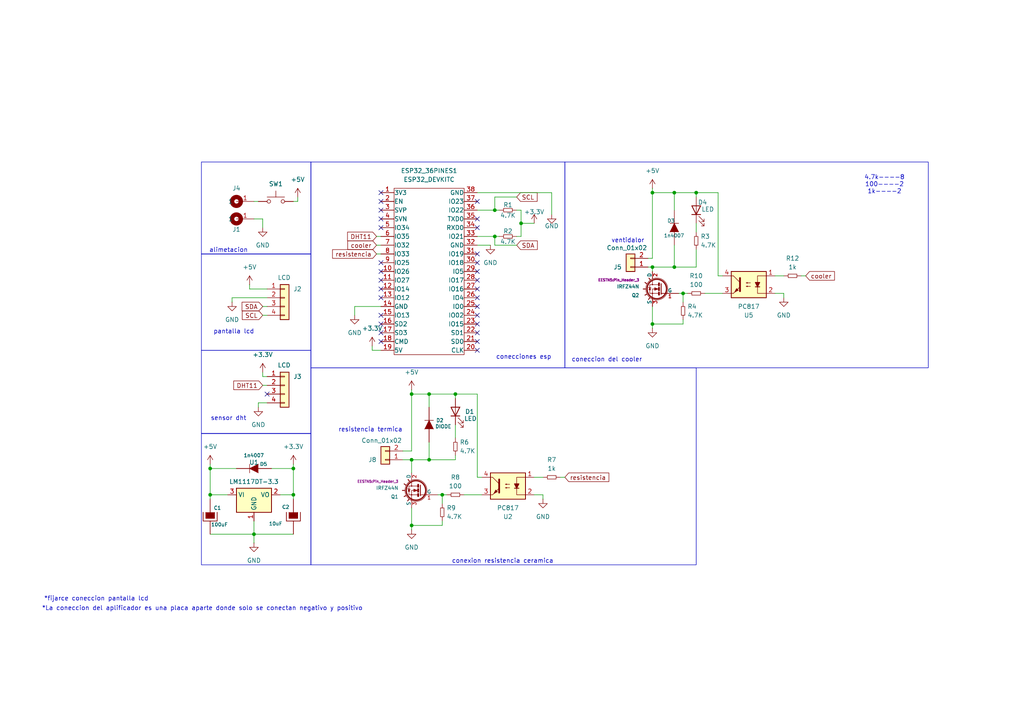
<source format=kicad_sch>
(kicad_sch
	(version 20231120)
	(generator "eeschema")
	(generator_version "8.0")
	(uuid "5d4378f0-9c85-4cea-a551-1192c22a0bf4")
	(paper "A4")
	(lib_symbols
		(symbol "Connector_Generic:Conn_01x02"
			(pin_names
				(offset 1.016) hide)
			(exclude_from_sim no)
			(in_bom yes)
			(on_board yes)
			(property "Reference" "J"
				(at 0 2.54 0)
				(effects
					(font
						(size 1.27 1.27)
					)
				)
			)
			(property "Value" "Conn_01x02"
				(at 0 -5.08 0)
				(effects
					(font
						(size 1.27 1.27)
					)
				)
			)
			(property "Footprint" ""
				(at 0 0 0)
				(effects
					(font
						(size 1.27 1.27)
					)
					(hide yes)
				)
			)
			(property "Datasheet" "~"
				(at 0 0 0)
				(effects
					(font
						(size 1.27 1.27)
					)
					(hide yes)
				)
			)
			(property "Description" "Generic connector, single row, 01x02, script generated (kicad-library-utils/schlib/autogen/connector/)"
				(at 0 0 0)
				(effects
					(font
						(size 1.27 1.27)
					)
					(hide yes)
				)
			)
			(property "ki_keywords" "connector"
				(at 0 0 0)
				(effects
					(font
						(size 1.27 1.27)
					)
					(hide yes)
				)
			)
			(property "ki_fp_filters" "Connector*:*_1x??_*"
				(at 0 0 0)
				(effects
					(font
						(size 1.27 1.27)
					)
					(hide yes)
				)
			)
			(symbol "Conn_01x02_1_1"
				(rectangle
					(start -1.27 -2.413)
					(end 0 -2.667)
					(stroke
						(width 0.1524)
						(type default)
					)
					(fill
						(type none)
					)
				)
				(rectangle
					(start -1.27 0.127)
					(end 0 -0.127)
					(stroke
						(width 0.1524)
						(type default)
					)
					(fill
						(type none)
					)
				)
				(rectangle
					(start -1.27 1.27)
					(end 1.27 -3.81)
					(stroke
						(width 0.254)
						(type default)
					)
					(fill
						(type background)
					)
				)
				(pin passive line
					(at -5.08 0 0)
					(length 3.81)
					(name "Pin_1"
						(effects
							(font
								(size 1.27 1.27)
							)
						)
					)
					(number "1"
						(effects
							(font
								(size 1.27 1.27)
							)
						)
					)
				)
				(pin passive line
					(at -5.08 -2.54 0)
					(length 3.81)
					(name "Pin_2"
						(effects
							(font
								(size 1.27 1.27)
							)
						)
					)
					(number "2"
						(effects
							(font
								(size 1.27 1.27)
							)
						)
					)
				)
			)
		)
		(symbol "Device:LED"
			(pin_numbers hide)
			(pin_names
				(offset 1.016) hide)
			(exclude_from_sim no)
			(in_bom yes)
			(on_board yes)
			(property "Reference" "D"
				(at 0 2.54 0)
				(effects
					(font
						(size 1.27 1.27)
					)
				)
			)
			(property "Value" "LED"
				(at 0 -2.54 0)
				(effects
					(font
						(size 1.27 1.27)
					)
				)
			)
			(property "Footprint" ""
				(at 0 0 0)
				(effects
					(font
						(size 1.27 1.27)
					)
					(hide yes)
				)
			)
			(property "Datasheet" "~"
				(at 0 0 0)
				(effects
					(font
						(size 1.27 1.27)
					)
					(hide yes)
				)
			)
			(property "Description" "Light emitting diode"
				(at 0 0 0)
				(effects
					(font
						(size 1.27 1.27)
					)
					(hide yes)
				)
			)
			(property "ki_keywords" "LED diode"
				(at 0 0 0)
				(effects
					(font
						(size 1.27 1.27)
					)
					(hide yes)
				)
			)
			(property "ki_fp_filters" "LED* LED_SMD:* LED_THT:*"
				(at 0 0 0)
				(effects
					(font
						(size 1.27 1.27)
					)
					(hide yes)
				)
			)
			(symbol "LED_0_1"
				(polyline
					(pts
						(xy -1.27 -1.27) (xy -1.27 1.27)
					)
					(stroke
						(width 0.254)
						(type default)
					)
					(fill
						(type none)
					)
				)
				(polyline
					(pts
						(xy -1.27 0) (xy 1.27 0)
					)
					(stroke
						(width 0)
						(type default)
					)
					(fill
						(type none)
					)
				)
				(polyline
					(pts
						(xy 1.27 -1.27) (xy 1.27 1.27) (xy -1.27 0) (xy 1.27 -1.27)
					)
					(stroke
						(width 0.254)
						(type default)
					)
					(fill
						(type none)
					)
				)
				(polyline
					(pts
						(xy -3.048 -0.762) (xy -4.572 -2.286) (xy -3.81 -2.286) (xy -4.572 -2.286) (xy -4.572 -1.524)
					)
					(stroke
						(width 0)
						(type default)
					)
					(fill
						(type none)
					)
				)
				(polyline
					(pts
						(xy -1.778 -0.762) (xy -3.302 -2.286) (xy -2.54 -2.286) (xy -3.302 -2.286) (xy -3.302 -1.524)
					)
					(stroke
						(width 0)
						(type default)
					)
					(fill
						(type none)
					)
				)
			)
			(symbol "LED_1_1"
				(pin passive line
					(at -3.81 0 0)
					(length 2.54)
					(name "K"
						(effects
							(font
								(size 1.27 1.27)
							)
						)
					)
					(number "1"
						(effects
							(font
								(size 1.27 1.27)
							)
						)
					)
				)
				(pin passive line
					(at 3.81 0 180)
					(length 2.54)
					(name "A"
						(effects
							(font
								(size 1.27 1.27)
							)
						)
					)
					(number "2"
						(effects
							(font
								(size 1.27 1.27)
							)
						)
					)
				)
			)
		)
		(symbol "EESTN5:CAPAPOL"
			(pin_numbers hide)
			(pin_names
				(offset 0.254) hide)
			(exclude_from_sim no)
			(in_bom yes)
			(on_board yes)
			(property "Reference" "C"
				(at 1.27 2.54 0)
				(effects
					(font
						(size 1.016 1.016)
					)
					(justify left)
				)
			)
			(property "Value" "CAPAPOL"
				(at 1.27 -2.54 0)
				(effects
					(font
						(size 1.016 1.016)
					)
					(justify left)
				)
			)
			(property "Footprint" ""
				(at 2.54 -3.81 0)
				(effects
					(font
						(size 0.762 0.762)
					)
				)
			)
			(property "Datasheet" ""
				(at 0 0 0)
				(effects
					(font
						(size 7.62 7.62)
					)
				)
			)
			(property "Description" ""
				(at 0 0 0)
				(effects
					(font
						(size 1.27 1.27)
					)
					(hide yes)
				)
			)
			(property "ki_fp_filters" "CP* CAP* CPOL*"
				(at 0 0 0)
				(effects
					(font
						(size 1.27 1.27)
					)
					(hide yes)
				)
			)
			(symbol "CAPAPOL_0_1"
				(polyline
					(pts
						(xy -2.032 1.27) (xy -2.032 -1.27) (xy 2.032 -1.27) (xy 2.032 1.27)
					)
					(stroke
						(width 0.2032)
						(type solid)
					)
					(fill
						(type none)
					)
				)
				(polyline
					(pts
						(xy -1.27 1.27) (xy -1.27 -0.508) (xy 1.27 -0.508) (xy 1.27 1.27)
					)
					(stroke
						(width 0)
						(type solid)
					)
					(fill
						(type outline)
					)
				)
			)
			(symbol "CAPAPOL_1_1"
				(pin passive line
					(at 0 5.08 270)
					(length 3.81)
					(name "~"
						(effects
							(font
								(size 1.016 1.016)
							)
						)
					)
					(number "1"
						(effects
							(font
								(size 1.016 1.016)
							)
						)
					)
				)
				(pin passive line
					(at 0 -5.08 90)
					(length 3.81)
					(name "~"
						(effects
							(font
								(size 1.016 1.016)
							)
						)
					)
					(number "2"
						(effects
							(font
								(size 1.016 1.016)
							)
						)
					)
				)
			)
		)
		(symbol "EESTN5:Cable_PAD"
			(pin_names
				(offset 1.016)
			)
			(exclude_from_sim no)
			(in_bom yes)
			(on_board yes)
			(property "Reference" "J"
				(at 0 5.08 0)
				(effects
					(font
						(size 1.27 1.27)
					)
				)
			)
			(property "Value" "Cable_PAD"
				(at 0 3.175 0)
				(effects
					(font
						(size 1.27 1.27)
					)
					(hide yes)
				)
			)
			(property "Footprint" ""
				(at 0 0 0)
				(effects
					(font
						(size 1.524 1.524)
					)
					(hide yes)
				)
			)
			(property "Datasheet" ""
				(at 0 0 0)
				(effects
					(font
						(size 1.524 1.524)
					)
					(hide yes)
				)
			)
			(property "Description" "Solder Pad for cable connection"
				(at 0 0 0)
				(effects
					(font
						(size 1.27 1.27)
					)
					(hide yes)
				)
			)
			(property "ki_keywords" "Cable"
				(at 0 0 0)
				(effects
					(font
						(size 1.27 1.27)
					)
					(hide yes)
				)
			)
			(property "ki_fp_filters" "Cable*"
				(at 0 0 0)
				(effects
					(font
						(size 1.27 1.27)
					)
					(hide yes)
				)
			)
			(symbol "Cable_PAD_0_1"
				(circle
					(center 0 0)
					(radius 1.27)
					(stroke
						(width 1.27)
						(type solid)
					)
					(fill
						(type none)
					)
				)
			)
			(symbol "Cable_PAD_1_1"
				(pin input line
					(at -5.08 0 0)
					(length 5.08)
					(name "1"
						(effects
							(font
								(size 1.27 1.27)
							)
						)
					)
					(number "1"
						(effects
							(font
								(size 1.27 1.27)
							)
						)
					)
				)
			)
		)
		(symbol "EESTN5:Conn_01x04"
			(pin_names
				(offset 1.016) hide)
			(exclude_from_sim no)
			(in_bom yes)
			(on_board yes)
			(property "Reference" "J"
				(at 0 5.08 0)
				(effects
					(font
						(size 1.27 1.27)
					)
				)
			)
			(property "Value" "Conn_01x04"
				(at 0 -7.62 0)
				(effects
					(font
						(size 1.27 1.27)
					)
				)
			)
			(property "Footprint" ""
				(at 0 0 0)
				(effects
					(font
						(size 1.27 1.27)
					)
					(hide yes)
				)
			)
			(property "Datasheet" "~"
				(at 0 0 0)
				(effects
					(font
						(size 1.27 1.27)
					)
					(hide yes)
				)
			)
			(property "Description" "Generic connector, single row, 01x04"
				(at 0 0 0)
				(effects
					(font
						(size 1.27 1.27)
					)
					(hide yes)
				)
			)
			(property "ki_keywords" "connector"
				(at 0 0 0)
				(effects
					(font
						(size 1.27 1.27)
					)
					(hide yes)
				)
			)
			(property "ki_fp_filters" "pin* header*"
				(at 0 0 0)
				(effects
					(font
						(size 1.27 1.27)
					)
					(hide yes)
				)
			)
			(symbol "Conn_01x04_1_1"
				(rectangle
					(start -1.27 -4.953)
					(end 0 -5.207)
					(stroke
						(width 0.1524)
						(type solid)
					)
					(fill
						(type none)
					)
				)
				(rectangle
					(start -1.27 -2.413)
					(end 0 -2.667)
					(stroke
						(width 0.1524)
						(type solid)
					)
					(fill
						(type none)
					)
				)
				(rectangle
					(start -1.27 0.127)
					(end 0 -0.127)
					(stroke
						(width 0.1524)
						(type solid)
					)
					(fill
						(type none)
					)
				)
				(rectangle
					(start -1.27 2.667)
					(end 0 2.413)
					(stroke
						(width 0.1524)
						(type solid)
					)
					(fill
						(type none)
					)
				)
				(rectangle
					(start -1.27 3.81)
					(end 1.27 -6.35)
					(stroke
						(width 0.254)
						(type solid)
					)
					(fill
						(type background)
					)
				)
				(pin passive line
					(at -5.08 2.54 0)
					(length 3.81)
					(name "Pin_1"
						(effects
							(font
								(size 1.27 1.27)
							)
						)
					)
					(number "1"
						(effects
							(font
								(size 1.27 1.27)
							)
						)
					)
				)
				(pin passive line
					(at -5.08 0 0)
					(length 3.81)
					(name "Pin_2"
						(effects
							(font
								(size 1.27 1.27)
							)
						)
					)
					(number "2"
						(effects
							(font
								(size 1.27 1.27)
							)
						)
					)
				)
				(pin passive line
					(at -5.08 -2.54 0)
					(length 3.81)
					(name "Pin_3"
						(effects
							(font
								(size 1.27 1.27)
							)
						)
					)
					(number "3"
						(effects
							(font
								(size 1.27 1.27)
							)
						)
					)
				)
				(pin passive line
					(at -5.08 -5.08 0)
					(length 3.81)
					(name "Pin_4"
						(effects
							(font
								(size 1.27 1.27)
							)
						)
					)
					(number "4"
						(effects
							(font
								(size 1.27 1.27)
							)
						)
					)
				)
			)
		)
		(symbol "EESTN5:DIODE"
			(pin_numbers hide)
			(pin_names
				(offset 1.016) hide)
			(exclude_from_sim no)
			(in_bom yes)
			(on_board yes)
			(property "Reference" "D"
				(at 0 2.54 0)
				(effects
					(font
						(size 1.016 1.016)
					)
				)
			)
			(property "Value" "DIODE"
				(at 0 -2.54 0)
				(effects
					(font
						(size 1.016 1.016)
					)
				)
			)
			(property "Footprint" ""
				(at 0 0 0)
				(effects
					(font
						(size 1.524 1.524)
					)
				)
			)
			(property "Datasheet" ""
				(at 0 0 0)
				(effects
					(font
						(size 1.524 1.524)
					)
				)
			)
			(property "Description" ""
				(at 0 0 0)
				(effects
					(font
						(size 1.27 1.27)
					)
					(hide yes)
				)
			)
			(property "ki_fp_filters" "D* S*"
				(at 0 0 0)
				(effects
					(font
						(size 1.27 1.27)
					)
					(hide yes)
				)
			)
			(symbol "DIODE_0_1"
				(polyline
					(pts
						(xy 1.27 1.27) (xy 1.27 -1.27)
					)
					(stroke
						(width 0.1524)
						(type solid)
					)
					(fill
						(type none)
					)
				)
				(polyline
					(pts
						(xy -1.27 1.27) (xy 1.27 0) (xy -1.27 -1.27)
					)
					(stroke
						(width 0)
						(type solid)
					)
					(fill
						(type outline)
					)
				)
			)
			(symbol "DIODE_1_1"
				(pin passive line
					(at -5.08 0 0)
					(length 3.81)
					(name "A"
						(effects
							(font
								(size 1.016 1.016)
							)
						)
					)
					(number "1"
						(effects
							(font
								(size 1.016 1.016)
							)
						)
					)
				)
				(pin passive line
					(at 5.08 0 180)
					(length 3.81)
					(name "K"
						(effects
							(font
								(size 1.016 1.016)
							)
						)
					)
					(number "2"
						(effects
							(font
								(size 1.016 1.016)
							)
						)
					)
				)
			)
		)
		(symbol "EESTN5:ESP32_DEVKITC"
			(pin_names
				(offset 0.0254)
			)
			(exclude_from_sim no)
			(in_bom yes)
			(on_board yes)
			(property "Reference" "U"
				(at 0 25.4 0)
				(effects
					(font
						(size 1.27 1.27)
					)
				)
			)
			(property "Value" "ESP32_DEVKITC"
				(at 0 -25.4 0)
				(effects
					(font
						(size 1.27 1.27)
					)
				)
			)
			(property "Footprint" ""
				(at -7.62 -25.4 0)
				(effects
					(font
						(size 1.27 1.27)
					)
					(hide yes)
				)
			)
			(property "Datasheet" ""
				(at -7.62 -25.4 0)
				(effects
					(font
						(size 1.27 1.27)
					)
					(hide yes)
				)
			)
			(property "Description" "ESP32-DEVKITC"
				(at 0 0 0)
				(effects
					(font
						(size 1.27 1.27)
					)
					(hide yes)
				)
			)
			(property "ki_fp_filters" "ESP32*"
				(at 0 0 0)
				(effects
					(font
						(size 1.27 1.27)
					)
					(hide yes)
				)
			)
			(symbol "ESP32_DEVKITC_0_1"
				(rectangle
					(start -10.16 24.13)
					(end 10.16 -24.13)
					(stroke
						(width 0)
						(type solid)
					)
					(fill
						(type none)
					)
				)
			)
			(symbol "ESP32_DEVKITC_1_1"
				(pin passive line
					(at -13.97 22.86 0)
					(length 3.81)
					(name "3V3"
						(effects
							(font
								(size 1.27 1.27)
							)
						)
					)
					(number "1"
						(effects
							(font
								(size 1.27 1.27)
							)
						)
					)
				)
				(pin passive line
					(at -13.97 0 0)
					(length 3.81)
					(name "IO26"
						(effects
							(font
								(size 1.27 1.27)
							)
						)
					)
					(number "10"
						(effects
							(font
								(size 1.27 1.27)
							)
						)
					)
				)
				(pin passive line
					(at -13.97 -2.54 0)
					(length 3.81)
					(name "IO27"
						(effects
							(font
								(size 1.27 1.27)
							)
						)
					)
					(number "11"
						(effects
							(font
								(size 1.27 1.27)
							)
						)
					)
				)
				(pin passive line
					(at -13.97 -5.08 0)
					(length 3.81)
					(name "IO14"
						(effects
							(font
								(size 1.27 1.27)
							)
						)
					)
					(number "12"
						(effects
							(font
								(size 1.27 1.27)
							)
						)
					)
				)
				(pin passive line
					(at -13.97 -7.62 0)
					(length 3.81)
					(name "IO12"
						(effects
							(font
								(size 1.27 1.27)
							)
						)
					)
					(number "13"
						(effects
							(font
								(size 1.27 1.27)
							)
						)
					)
				)
				(pin passive line
					(at -13.97 -10.16 0)
					(length 3.81)
					(name "GND"
						(effects
							(font
								(size 1.27 1.27)
							)
						)
					)
					(number "14"
						(effects
							(font
								(size 1.27 1.27)
							)
						)
					)
				)
				(pin passive line
					(at -13.97 -12.7 0)
					(length 3.81)
					(name "IO13"
						(effects
							(font
								(size 1.27 1.27)
							)
						)
					)
					(number "15"
						(effects
							(font
								(size 1.27 1.27)
							)
						)
					)
				)
				(pin passive line
					(at -13.97 -15.24 0)
					(length 3.81)
					(name "SD2"
						(effects
							(font
								(size 1.27 1.27)
							)
						)
					)
					(number "16"
						(effects
							(font
								(size 1.27 1.27)
							)
						)
					)
				)
				(pin passive line
					(at -13.97 -17.78 0)
					(length 3.81)
					(name "SD3"
						(effects
							(font
								(size 1.27 1.27)
							)
						)
					)
					(number "17"
						(effects
							(font
								(size 1.27 1.27)
							)
						)
					)
				)
				(pin passive line
					(at -13.97 -20.32 0)
					(length 3.81)
					(name "CMD"
						(effects
							(font
								(size 1.27 1.27)
							)
						)
					)
					(number "18"
						(effects
							(font
								(size 1.27 1.27)
							)
						)
					)
				)
				(pin passive line
					(at -13.97 -22.86 0)
					(length 3.81)
					(name "5V"
						(effects
							(font
								(size 1.27 1.27)
							)
						)
					)
					(number "19"
						(effects
							(font
								(size 1.27 1.27)
							)
						)
					)
				)
				(pin passive line
					(at -13.97 20.32 0)
					(length 3.81)
					(name "EN"
						(effects
							(font
								(size 1.27 1.27)
							)
						)
					)
					(number "2"
						(effects
							(font
								(size 1.27 1.27)
							)
						)
					)
				)
				(pin passive line
					(at 13.97 -22.86 180)
					(length 3.81)
					(name "CLK"
						(effects
							(font
								(size 1.27 1.27)
							)
						)
					)
					(number "20"
						(effects
							(font
								(size 1.27 1.27)
							)
						)
					)
				)
				(pin passive line
					(at 13.97 -20.32 180)
					(length 3.81)
					(name "SD0"
						(effects
							(font
								(size 1.27 1.27)
							)
						)
					)
					(number "21"
						(effects
							(font
								(size 1.27 1.27)
							)
						)
					)
				)
				(pin passive line
					(at 13.97 -17.78 180)
					(length 3.81)
					(name "SD1"
						(effects
							(font
								(size 1.27 1.27)
							)
						)
					)
					(number "22"
						(effects
							(font
								(size 1.27 1.27)
							)
						)
					)
				)
				(pin passive line
					(at 13.97 -15.24 180)
					(length 3.81)
					(name "IO15"
						(effects
							(font
								(size 1.27 1.27)
							)
						)
					)
					(number "23"
						(effects
							(font
								(size 1.27 1.27)
							)
						)
					)
				)
				(pin passive line
					(at 13.97 -12.7 180)
					(length 3.81)
					(name "IO02"
						(effects
							(font
								(size 1.27 1.27)
							)
						)
					)
					(number "24"
						(effects
							(font
								(size 1.27 1.27)
							)
						)
					)
				)
				(pin passive line
					(at 13.97 -10.16 180)
					(length 3.81)
					(name "IO0"
						(effects
							(font
								(size 1.27 1.27)
							)
						)
					)
					(number "25"
						(effects
							(font
								(size 1.27 1.27)
							)
						)
					)
				)
				(pin passive line
					(at 13.97 -7.62 180)
					(length 3.81)
					(name "IO4"
						(effects
							(font
								(size 1.27 1.27)
							)
						)
					)
					(number "26"
						(effects
							(font
								(size 1.27 1.27)
							)
						)
					)
				)
				(pin passive line
					(at 13.97 -5.08 180)
					(length 3.81)
					(name "IO16"
						(effects
							(font
								(size 1.27 1.27)
							)
						)
					)
					(number "27"
						(effects
							(font
								(size 1.27 1.27)
							)
						)
					)
				)
				(pin passive line
					(at 13.97 -2.54 180)
					(length 3.81)
					(name "IO17"
						(effects
							(font
								(size 1.27 1.27)
							)
						)
					)
					(number "28"
						(effects
							(font
								(size 1.27 1.27)
							)
						)
					)
				)
				(pin passive line
					(at 13.97 0 180)
					(length 3.81)
					(name "IO5"
						(effects
							(font
								(size 1.27 1.27)
							)
						)
					)
					(number "29"
						(effects
							(font
								(size 1.27 1.27)
							)
						)
					)
				)
				(pin passive line
					(at -13.97 17.78 0)
					(length 3.81)
					(name "SVP"
						(effects
							(font
								(size 1.27 1.27)
							)
						)
					)
					(number "3"
						(effects
							(font
								(size 1.27 1.27)
							)
						)
					)
				)
				(pin passive line
					(at 13.97 2.54 180)
					(length 3.81)
					(name "IO18"
						(effects
							(font
								(size 1.27 1.27)
							)
						)
					)
					(number "30"
						(effects
							(font
								(size 1.27 1.27)
							)
						)
					)
				)
				(pin passive line
					(at 13.97 5.08 180)
					(length 3.81)
					(name "IO19"
						(effects
							(font
								(size 1.27 1.27)
							)
						)
					)
					(number "31"
						(effects
							(font
								(size 1.27 1.27)
							)
						)
					)
				)
				(pin passive line
					(at 13.97 7.62 180)
					(length 3.81)
					(name "GND"
						(effects
							(font
								(size 1.27 1.27)
							)
						)
					)
					(number "32"
						(effects
							(font
								(size 1.27 1.27)
							)
						)
					)
				)
				(pin passive line
					(at 13.97 10.16 180)
					(length 3.81)
					(name "IO21"
						(effects
							(font
								(size 1.27 1.27)
							)
						)
					)
					(number "33"
						(effects
							(font
								(size 1.27 1.27)
							)
						)
					)
				)
				(pin passive line
					(at 13.97 12.7 180)
					(length 3.81)
					(name "RXD0"
						(effects
							(font
								(size 1.27 1.27)
							)
						)
					)
					(number "34"
						(effects
							(font
								(size 1.27 1.27)
							)
						)
					)
				)
				(pin passive line
					(at 13.97 15.24 180)
					(length 3.81)
					(name "TXD0"
						(effects
							(font
								(size 1.27 1.27)
							)
						)
					)
					(number "35"
						(effects
							(font
								(size 1.27 1.27)
							)
						)
					)
				)
				(pin passive line
					(at 13.97 17.78 180)
					(length 3.81)
					(name "IO22"
						(effects
							(font
								(size 1.27 1.27)
							)
						)
					)
					(number "36"
						(effects
							(font
								(size 1.27 1.27)
							)
						)
					)
				)
				(pin passive line
					(at 13.97 20.32 180)
					(length 3.81)
					(name "IO23"
						(effects
							(font
								(size 1.27 1.27)
							)
						)
					)
					(number "37"
						(effects
							(font
								(size 1.27 1.27)
							)
						)
					)
				)
				(pin passive line
					(at 13.97 22.86 180)
					(length 3.81)
					(name "GND"
						(effects
							(font
								(size 1.27 1.27)
							)
						)
					)
					(number "38"
						(effects
							(font
								(size 1.27 1.27)
							)
						)
					)
				)
				(pin passive line
					(at -13.97 15.24 0)
					(length 3.81)
					(name "SVN"
						(effects
							(font
								(size 1.27 1.27)
							)
						)
					)
					(number "4"
						(effects
							(font
								(size 1.27 1.27)
							)
						)
					)
				)
				(pin passive line
					(at -13.97 12.7 0)
					(length 3.81)
					(name "IO34"
						(effects
							(font
								(size 1.27 1.27)
							)
						)
					)
					(number "5"
						(effects
							(font
								(size 1.27 1.27)
							)
						)
					)
				)
				(pin passive line
					(at -13.97 10.16 0)
					(length 3.81)
					(name "IO35"
						(effects
							(font
								(size 1.27 1.27)
							)
						)
					)
					(number "6"
						(effects
							(font
								(size 1.27 1.27)
							)
						)
					)
				)
				(pin passive line
					(at -13.97 7.62 0)
					(length 3.81)
					(name "IO32"
						(effects
							(font
								(size 1.27 1.27)
							)
						)
					)
					(number "7"
						(effects
							(font
								(size 1.27 1.27)
							)
						)
					)
				)
				(pin passive line
					(at -13.97 5.08 0)
					(length 3.81)
					(name "IO33"
						(effects
							(font
								(size 1.27 1.27)
							)
						)
					)
					(number "8"
						(effects
							(font
								(size 1.27 1.27)
							)
						)
					)
				)
				(pin passive line
					(at -13.97 2.54 0)
					(length 3.81)
					(name "IO25"
						(effects
							(font
								(size 1.27 1.27)
							)
						)
					)
					(number "9"
						(effects
							(font
								(size 1.27 1.27)
							)
						)
					)
				)
			)
		)
		(symbol "EESTN5:IRFZ44N"
			(pin_names
				(offset 0)
			)
			(exclude_from_sim no)
			(in_bom yes)
			(on_board yes)
			(property "Reference" "Q"
				(at 0 -3.7592 0)
				(effects
					(font
						(size 1.016 1.016)
					)
					(justify right)
				)
			)
			(property "Value" "IRFZ44N"
				(at 3.81 7.62 0)
				(effects
					(font
						(size 1.016 1.016)
					)
					(justify right)
				)
			)
			(property "Footprint" "TO-220"
				(at -4.5466 2.5654 0)
				(effects
					(font
						(size 0.7366 0.7366)
					)
				)
			)
			(property "Datasheet" ""
				(at 0 0 0)
				(effects
					(font
						(size 1.524 1.524)
					)
				)
			)
			(property "Description" ""
				(at 0 0 0)
				(effects
					(font
						(size 1.27 1.27)
					)
					(hide yes)
				)
			)
			(property "ki_fp_filters" "TO220* SOT*"
				(at 0 0 0)
				(effects
					(font
						(size 1.27 1.27)
					)
					(hide yes)
				)
			)
			(symbol "IRFZ44N_0_1"
				(polyline
					(pts
						(xy 0.635 -1.016) (xy 0.635 -1.651)
					)
					(stroke
						(width 0.508)
						(type solid)
					)
					(fill
						(type none)
					)
				)
				(polyline
					(pts
						(xy 0.635 0.381) (xy 0.635 -0.381)
					)
					(stroke
						(width 0.508)
						(type solid)
					)
					(fill
						(type none)
					)
				)
				(polyline
					(pts
						(xy 0.635 1.651) (xy 0.635 1.016)
					)
					(stroke
						(width 0.508)
						(type solid)
					)
					(fill
						(type none)
					)
				)
				(polyline
					(pts
						(xy 3.048 0.381) (xy 2.921 0.254)
					)
					(stroke
						(width 0)
						(type solid)
					)
					(fill
						(type none)
					)
				)
				(polyline
					(pts
						(xy 3.048 0.381) (xy 3.556 0.381)
					)
					(stroke
						(width 0)
						(type solid)
					)
					(fill
						(type none)
					)
				)
				(polyline
					(pts
						(xy 3.175 2.667) (xy 3.556 3.175)
					)
					(stroke
						(width 0.254)
						(type solid)
					)
					(fill
						(type none)
					)
				)
				(polyline
					(pts
						(xy 3.302 -2.54) (xy 3.683 -3.048)
					)
					(stroke
						(width 0.254)
						(type solid)
					)
					(fill
						(type none)
					)
				)
				(polyline
					(pts
						(xy 3.556 0.381) (xy 3.683 0.508)
					)
					(stroke
						(width 0)
						(type solid)
					)
					(fill
						(type none)
					)
				)
				(polyline
					(pts
						(xy 4.191 -1.524) (xy 4.699 -1.778)
					)
					(stroke
						(width 0.254)
						(type solid)
					)
					(fill
						(type none)
					)
				)
				(polyline
					(pts
						(xy 4.191 1.524) (xy 4.699 1.905)
					)
					(stroke
						(width 0.254)
						(type solid)
					)
					(fill
						(type none)
					)
				)
				(polyline
					(pts
						(xy 4.572 0) (xy 5.207 0)
					)
					(stroke
						(width 0.254)
						(type solid)
					)
					(fill
						(type none)
					)
				)
				(polyline
					(pts
						(xy 0 1.524) (xy 0 -1.524) (xy 0 -1.524)
					)
					(stroke
						(width 0.254)
						(type solid)
					)
					(fill
						(type none)
					)
				)
				(polyline
					(pts
						(xy 0.762 -1.27) (xy 2.54 -1.27) (xy 2.54 -2.54) (xy 2.54 -2.54)
					)
					(stroke
						(width 0)
						(type solid)
					)
					(fill
						(type none)
					)
				)
				(polyline
					(pts
						(xy 0.762 1.27) (xy 2.54 1.27) (xy 2.54 2.54) (xy 2.54 2.54)
					)
					(stroke
						(width 0)
						(type solid)
					)
					(fill
						(type none)
					)
				)
				(polyline
					(pts
						(xy 2.54 1.27) (xy 3.302 1.27) (xy 3.302 -1.27) (xy 2.54 -1.27)
					)
					(stroke
						(width 0)
						(type solid)
					)
					(fill
						(type none)
					)
				)
				(polyline
					(pts
						(xy 3.302 0.381) (xy 3.048 -0.254) (xy 3.556 -0.254) (xy 3.302 0.381)
					)
					(stroke
						(width 0)
						(type solid)
					)
					(fill
						(type outline)
					)
				)
				(polyline
					(pts
						(xy 0.762 0) (xy 1.27 0) (xy 2.54 0) (xy 2.54 -1.27) (xy 2.54 -1.27)
					)
					(stroke
						(width 0)
						(type solid)
					)
					(fill
						(type none)
					)
				)
				(polyline
					(pts
						(xy 0.889 0) (xy 1.905 0.381) (xy 1.905 -0.381) (xy 0.889 0) (xy 1.016 0) (xy 1.016 0)
					)
					(stroke
						(width 0)
						(type solid)
					)
					(fill
						(type outline)
					)
				)
				(circle
					(center 1.27 0)
					(radius 2.8194)
					(stroke
						(width 0.3556)
						(type solid)
					)
					(fill
						(type none)
					)
				)
				(circle
					(center 1.27 0)
					(radius 3.175)
					(stroke
						(width 0)
						(type solid)
					)
					(fill
						(type none)
					)
				)
				(circle
					(center 2.54 -1.27)
					(radius 0.127)
					(stroke
						(width 0)
						(type solid)
					)
					(fill
						(type none)
					)
				)
				(circle
					(center 2.54 1.27)
					(radius 0.127)
					(stroke
						(width 0)
						(type solid)
					)
					(fill
						(type none)
					)
				)
			)
			(symbol "IRFZ44N_1_1"
				(pin input line
					(at -5.08 -1.27 0)
					(length 5.08)
					(name "G"
						(effects
							(font
								(size 1.016 1.016)
							)
						)
					)
					(number "1"
						(effects
							(font
								(size 1.016 1.016)
							)
						)
					)
				)
				(pin passive line
					(at 2.54 5.08 270)
					(length 2.032)
					(name "D"
						(effects
							(font
								(size 1.016 1.016)
							)
						)
					)
					(number "2"
						(effects
							(font
								(size 1.016 1.016)
							)
						)
					)
				)
				(pin passive line
					(at 2.54 -5.08 90)
					(length 2.54)
					(name "S"
						(effects
							(font
								(size 1.016 1.016)
							)
						)
					)
					(number "3"
						(effects
							(font
								(size 1.016 1.016)
							)
						)
					)
				)
			)
		)
		(symbol "EESTN5:PC817"
			(pin_names
				(offset 1.016)
			)
			(exclude_from_sim no)
			(in_bom yes)
			(on_board yes)
			(property "Reference" "U"
				(at -5.08 5.08 0)
				(effects
					(font
						(size 1.27 1.27)
					)
					(justify left)
				)
			)
			(property "Value" "PC817"
				(at 0 5.08 0)
				(effects
					(font
						(size 1.27 1.27)
					)
					(justify left)
				)
			)
			(property "Footprint" "Housings_DIP:DIP-4_W7.62mm"
				(at -5.08 -5.08 0)
				(effects
					(font
						(size 1.27 1.27)
						(italic yes)
					)
					(justify left)
					(hide yes)
				)
			)
			(property "Datasheet" "http://www.soselectronic.cz/a_info/resource/d/pc817.pdf"
				(at 0 0 0)
				(effects
					(font
						(size 1.27 1.27)
					)
					(justify left)
					(hide yes)
				)
			)
			(property "Description" "DC Optocoupler, Vce 35V, CTR 50-300%, DIP4"
				(at 0 0 0)
				(effects
					(font
						(size 1.27 1.27)
					)
					(hide yes)
				)
			)
			(property "ki_keywords" "NPN DC Optocoupler"
				(at 0 0 0)
				(effects
					(font
						(size 1.27 1.27)
					)
					(hide yes)
				)
			)
			(property "ki_fp_filters" "DIP*W7.62mm*"
				(at 0 0 0)
				(effects
					(font
						(size 1.27 1.27)
					)
					(hide yes)
				)
			)
			(symbol "PC817_0_1"
				(rectangle
					(start -5.08 3.81)
					(end 5.08 -3.81)
					(stroke
						(width 0.254)
						(type solid)
					)
					(fill
						(type background)
					)
				)
				(polyline
					(pts
						(xy -3.175 -0.635) (xy -1.905 -0.635)
					)
					(stroke
						(width 0.254)
						(type solid)
					)
					(fill
						(type none)
					)
				)
				(polyline
					(pts
						(xy 2.54 0.635) (xy 4.445 2.54)
					)
					(stroke
						(width 0)
						(type solid)
					)
					(fill
						(type none)
					)
				)
				(polyline
					(pts
						(xy 4.445 -2.54) (xy 2.54 -0.635)
					)
					(stroke
						(width 0)
						(type solid)
					)
					(fill
						(type outline)
					)
				)
				(polyline
					(pts
						(xy 4.445 -2.54) (xy 5.08 -2.54)
					)
					(stroke
						(width 0)
						(type solid)
					)
					(fill
						(type none)
					)
				)
				(polyline
					(pts
						(xy 4.445 2.54) (xy 5.08 2.54)
					)
					(stroke
						(width 0)
						(type solid)
					)
					(fill
						(type none)
					)
				)
				(polyline
					(pts
						(xy -5.08 2.54) (xy -2.54 2.54) (xy -2.54 0.635)
					)
					(stroke
						(width 0)
						(type solid)
					)
					(fill
						(type none)
					)
				)
				(polyline
					(pts
						(xy -2.54 -0.635) (xy -2.54 -2.54) (xy -5.08 -2.54)
					)
					(stroke
						(width 0)
						(type solid)
					)
					(fill
						(type none)
					)
				)
				(polyline
					(pts
						(xy 2.54 1.905) (xy 2.54 -1.905) (xy 2.54 -1.905)
					)
					(stroke
						(width 0.508)
						(type solid)
					)
					(fill
						(type none)
					)
				)
				(polyline
					(pts
						(xy -2.54 -0.635) (xy -3.175 0.635) (xy -1.905 0.635) (xy -2.54 -0.635)
					)
					(stroke
						(width 0.254)
						(type solid)
					)
					(fill
						(type outline)
					)
				)
				(polyline
					(pts
						(xy -0.508 -0.508) (xy 0.762 -0.508) (xy 0.381 -0.635) (xy 0.381 -0.381) (xy 0.762 -0.508)
					)
					(stroke
						(width 0)
						(type solid)
					)
					(fill
						(type none)
					)
				)
				(polyline
					(pts
						(xy -0.508 0.508) (xy 0.762 0.508) (xy 0.381 0.381) (xy 0.381 0.635) (xy 0.762 0.508)
					)
					(stroke
						(width 0)
						(type solid)
					)
					(fill
						(type none)
					)
				)
				(polyline
					(pts
						(xy 3.048 -1.651) (xy 3.556 -1.143) (xy 4.064 -2.159) (xy 3.048 -1.651) (xy 3.048 -1.651)
					)
					(stroke
						(width 0)
						(type solid)
					)
					(fill
						(type outline)
					)
				)
			)
			(symbol "PC817_1_1"
				(pin passive line
					(at -7.62 2.54 0)
					(length 2.54)
					(name "~"
						(effects
							(font
								(size 1.27 1.27)
							)
						)
					)
					(number "1"
						(effects
							(font
								(size 1.27 1.27)
							)
						)
					)
				)
				(pin passive line
					(at -7.62 -2.54 0)
					(length 2.54)
					(name "~"
						(effects
							(font
								(size 1.27 1.27)
							)
						)
					)
					(number "2"
						(effects
							(font
								(size 1.27 1.27)
							)
						)
					)
				)
				(pin passive line
					(at 7.62 -2.54 180)
					(length 2.54)
					(name "~"
						(effects
							(font
								(size 1.27 1.27)
							)
						)
					)
					(number "3"
						(effects
							(font
								(size 1.27 1.27)
							)
						)
					)
				)
				(pin passive line
					(at 7.62 2.54 180)
					(length 2.54)
					(name "~"
						(effects
							(font
								(size 1.27 1.27)
							)
						)
					)
					(number "4"
						(effects
							(font
								(size 1.27 1.27)
							)
						)
					)
				)
			)
		)
		(symbol "EESTN5:R"
			(pin_numbers hide)
			(pin_names
				(offset 0)
			)
			(exclude_from_sim no)
			(in_bom yes)
			(on_board yes)
			(property "Reference" "R"
				(at -1.27 0 90)
				(effects
					(font
						(size 1.27 1.27)
					)
				)
			)
			(property "Value" "R"
				(at 1.27 0 90)
				(effects
					(font
						(size 1.27 1.27)
					)
				)
			)
			(property "Footprint" ""
				(at 0 0 0)
				(effects
					(font
						(size 1.524 1.524)
					)
				)
			)
			(property "Datasheet" ""
				(at 0 0 0)
				(effects
					(font
						(size 1.524 1.524)
					)
				)
			)
			(property "Description" "Resistor"
				(at 0 0 0)
				(effects
					(font
						(size 1.27 1.27)
					)
					(hide yes)
				)
			)
			(property "ki_fp_filters" "RES* R_*"
				(at 0 0 0)
				(effects
					(font
						(size 1.27 1.27)
					)
					(hide yes)
				)
			)
			(symbol "R_0_1"
				(rectangle
					(start 0.508 1.27)
					(end -0.508 -1.27)
					(stroke
						(width 0)
						(type solid)
					)
					(fill
						(type none)
					)
				)
			)
			(symbol "R_1_1"
				(pin passive line
					(at 0 2.54 270)
					(length 1.27)
					(name "~"
						(effects
							(font
								(size 1.524 1.524)
							)
						)
					)
					(number "1"
						(effects
							(font
								(size 1.524 1.524)
							)
						)
					)
				)
				(pin passive line
					(at 0 -2.54 90)
					(length 1.27)
					(name "~"
						(effects
							(font
								(size 1.524 1.524)
							)
						)
					)
					(number "2"
						(effects
							(font
								(size 1.524 1.524)
							)
						)
					)
				)
			)
		)
		(symbol "EESTN5:SW_Push"
			(pin_numbers hide)
			(pin_names
				(offset 1.016) hide)
			(exclude_from_sim no)
			(in_bom yes)
			(on_board yes)
			(property "Reference" "SW"
				(at 1.27 2.54 0)
				(effects
					(font
						(size 1.27 1.27)
					)
					(justify left)
				)
			)
			(property "Value" "SW_Push"
				(at 0 -1.524 0)
				(effects
					(font
						(size 1.27 1.27)
					)
					(hide yes)
				)
			)
			(property "Footprint" ""
				(at 0 5.08 0)
				(effects
					(font
						(size 1.27 1.27)
					)
				)
			)
			(property "Datasheet" ""
				(at 0 5.08 0)
				(effects
					(font
						(size 1.27 1.27)
					)
				)
			)
			(property "Description" "Push button switch, generic, two pins"
				(at 0 0 0)
				(effects
					(font
						(size 1.27 1.27)
					)
					(hide yes)
				)
			)
			(property "ki_keywords" "switch normally-open pushbutton push-button"
				(at 0 0 0)
				(effects
					(font
						(size 1.27 1.27)
					)
					(hide yes)
				)
			)
			(property "ki_fp_filters" "PUL* SW* SPST*"
				(at 0 0 0)
				(effects
					(font
						(size 1.27 1.27)
					)
					(hide yes)
				)
			)
			(symbol "SW_Push_0_1"
				(circle
					(center -2.032 0)
					(radius 0.508)
					(stroke
						(width 0)
						(type solid)
					)
					(fill
						(type none)
					)
				)
				(polyline
					(pts
						(xy 0 1.27) (xy 0 3.048)
					)
					(stroke
						(width 0)
						(type solid)
					)
					(fill
						(type none)
					)
				)
				(polyline
					(pts
						(xy 2.54 1.27) (xy -2.54 1.27)
					)
					(stroke
						(width 0)
						(type solid)
					)
					(fill
						(type none)
					)
				)
				(circle
					(center 2.032 0)
					(radius 0.508)
					(stroke
						(width 0)
						(type solid)
					)
					(fill
						(type none)
					)
				)
				(pin passive line
					(at -5.08 0 0)
					(length 2.54)
					(name "1"
						(effects
							(font
								(size 1.27 1.27)
							)
						)
					)
					(number "1"
						(effects
							(font
								(size 1.27 1.27)
							)
						)
					)
				)
				(pin passive line
					(at 5.08 0 180)
					(length 2.54)
					(name "2"
						(effects
							(font
								(size 1.27 1.27)
							)
						)
					)
					(number "2"
						(effects
							(font
								(size 1.27 1.27)
							)
						)
					)
				)
			)
		)
		(symbol "Regulator_Linear:LM1117DT-3.3"
			(exclude_from_sim no)
			(in_bom yes)
			(on_board yes)
			(property "Reference" "U"
				(at -3.81 3.175 0)
				(effects
					(font
						(size 1.27 1.27)
					)
				)
			)
			(property "Value" "LM1117DT-3.3"
				(at 0 3.175 0)
				(effects
					(font
						(size 1.27 1.27)
					)
					(justify left)
				)
			)
			(property "Footprint" "Package_TO_SOT_SMD:TO-252-3_TabPin2"
				(at 0 0 0)
				(effects
					(font
						(size 1.27 1.27)
					)
					(hide yes)
				)
			)
			(property "Datasheet" "http://www.ti.com/lit/ds/symlink/lm1117.pdf"
				(at 0 0 0)
				(effects
					(font
						(size 1.27 1.27)
					)
					(hide yes)
				)
			)
			(property "Description" "800mA Low-Dropout Linear Regulator, 3.3V fixed output, TO-252"
				(at 0 0 0)
				(effects
					(font
						(size 1.27 1.27)
					)
					(hide yes)
				)
			)
			(property "ki_keywords" "linear regulator ldo fixed positive"
				(at 0 0 0)
				(effects
					(font
						(size 1.27 1.27)
					)
					(hide yes)
				)
			)
			(property "ki_fp_filters" "TO?252*"
				(at 0 0 0)
				(effects
					(font
						(size 1.27 1.27)
					)
					(hide yes)
				)
			)
			(symbol "LM1117DT-3.3_0_1"
				(rectangle
					(start -5.08 -5.08)
					(end 5.08 1.905)
					(stroke
						(width 0.254)
						(type default)
					)
					(fill
						(type background)
					)
				)
			)
			(symbol "LM1117DT-3.3_1_1"
				(pin power_in line
					(at 0 -7.62 90)
					(length 2.54)
					(name "GND"
						(effects
							(font
								(size 1.27 1.27)
							)
						)
					)
					(number "1"
						(effects
							(font
								(size 1.27 1.27)
							)
						)
					)
				)
				(pin power_out line
					(at 7.62 0 180)
					(length 2.54)
					(name "VO"
						(effects
							(font
								(size 1.27 1.27)
							)
						)
					)
					(number "2"
						(effects
							(font
								(size 1.27 1.27)
							)
						)
					)
				)
				(pin power_in line
					(at -7.62 0 0)
					(length 2.54)
					(name "VI"
						(effects
							(font
								(size 1.27 1.27)
							)
						)
					)
					(number "3"
						(effects
							(font
								(size 1.27 1.27)
							)
						)
					)
				)
			)
		)
		(symbol "power:+3.3V"
			(power)
			(pin_numbers hide)
			(pin_names
				(offset 0) hide)
			(exclude_from_sim no)
			(in_bom yes)
			(on_board yes)
			(property "Reference" "#PWR"
				(at 0 -3.81 0)
				(effects
					(font
						(size 1.27 1.27)
					)
					(hide yes)
				)
			)
			(property "Value" "+3.3V"
				(at 0 3.556 0)
				(effects
					(font
						(size 1.27 1.27)
					)
				)
			)
			(property "Footprint" ""
				(at 0 0 0)
				(effects
					(font
						(size 1.27 1.27)
					)
					(hide yes)
				)
			)
			(property "Datasheet" ""
				(at 0 0 0)
				(effects
					(font
						(size 1.27 1.27)
					)
					(hide yes)
				)
			)
			(property "Description" "Power symbol creates a global label with name \"+3.3V\""
				(at 0 0 0)
				(effects
					(font
						(size 1.27 1.27)
					)
					(hide yes)
				)
			)
			(property "ki_keywords" "global power"
				(at 0 0 0)
				(effects
					(font
						(size 1.27 1.27)
					)
					(hide yes)
				)
			)
			(symbol "+3.3V_0_1"
				(polyline
					(pts
						(xy -0.762 1.27) (xy 0 2.54)
					)
					(stroke
						(width 0)
						(type default)
					)
					(fill
						(type none)
					)
				)
				(polyline
					(pts
						(xy 0 0) (xy 0 2.54)
					)
					(stroke
						(width 0)
						(type default)
					)
					(fill
						(type none)
					)
				)
				(polyline
					(pts
						(xy 0 2.54) (xy 0.762 1.27)
					)
					(stroke
						(width 0)
						(type default)
					)
					(fill
						(type none)
					)
				)
			)
			(symbol "+3.3V_1_1"
				(pin power_in line
					(at 0 0 90)
					(length 0)
					(name "~"
						(effects
							(font
								(size 1.27 1.27)
							)
						)
					)
					(number "1"
						(effects
							(font
								(size 1.27 1.27)
							)
						)
					)
				)
			)
		)
		(symbol "power:+5V"
			(power)
			(pin_numbers hide)
			(pin_names
				(offset 0) hide)
			(exclude_from_sim no)
			(in_bom yes)
			(on_board yes)
			(property "Reference" "#PWR"
				(at 0 -3.81 0)
				(effects
					(font
						(size 1.27 1.27)
					)
					(hide yes)
				)
			)
			(property "Value" "+5V"
				(at 0 3.556 0)
				(effects
					(font
						(size 1.27 1.27)
					)
				)
			)
			(property "Footprint" ""
				(at 0 0 0)
				(effects
					(font
						(size 1.27 1.27)
					)
					(hide yes)
				)
			)
			(property "Datasheet" ""
				(at 0 0 0)
				(effects
					(font
						(size 1.27 1.27)
					)
					(hide yes)
				)
			)
			(property "Description" "Power symbol creates a global label with name \"+5V\""
				(at 0 0 0)
				(effects
					(font
						(size 1.27 1.27)
					)
					(hide yes)
				)
			)
			(property "ki_keywords" "global power"
				(at 0 0 0)
				(effects
					(font
						(size 1.27 1.27)
					)
					(hide yes)
				)
			)
			(symbol "+5V_0_1"
				(polyline
					(pts
						(xy -0.762 1.27) (xy 0 2.54)
					)
					(stroke
						(width 0)
						(type default)
					)
					(fill
						(type none)
					)
				)
				(polyline
					(pts
						(xy 0 0) (xy 0 2.54)
					)
					(stroke
						(width 0)
						(type default)
					)
					(fill
						(type none)
					)
				)
				(polyline
					(pts
						(xy 0 2.54) (xy 0.762 1.27)
					)
					(stroke
						(width 0)
						(type default)
					)
					(fill
						(type none)
					)
				)
			)
			(symbol "+5V_1_1"
				(pin power_in line
					(at 0 0 90)
					(length 0)
					(name "~"
						(effects
							(font
								(size 1.27 1.27)
							)
						)
					)
					(number "1"
						(effects
							(font
								(size 1.27 1.27)
							)
						)
					)
				)
			)
		)
		(symbol "power:GND"
			(power)
			(pin_numbers hide)
			(pin_names
				(offset 0) hide)
			(exclude_from_sim no)
			(in_bom yes)
			(on_board yes)
			(property "Reference" "#PWR"
				(at 0 -6.35 0)
				(effects
					(font
						(size 1.27 1.27)
					)
					(hide yes)
				)
			)
			(property "Value" "GND"
				(at 0 -3.81 0)
				(effects
					(font
						(size 1.27 1.27)
					)
				)
			)
			(property "Footprint" ""
				(at 0 0 0)
				(effects
					(font
						(size 1.27 1.27)
					)
					(hide yes)
				)
			)
			(property "Datasheet" ""
				(at 0 0 0)
				(effects
					(font
						(size 1.27 1.27)
					)
					(hide yes)
				)
			)
			(property "Description" "Power symbol creates a global label with name \"GND\" , ground"
				(at 0 0 0)
				(effects
					(font
						(size 1.27 1.27)
					)
					(hide yes)
				)
			)
			(property "ki_keywords" "global power"
				(at 0 0 0)
				(effects
					(font
						(size 1.27 1.27)
					)
					(hide yes)
				)
			)
			(symbol "GND_0_1"
				(polyline
					(pts
						(xy 0 0) (xy 0 -1.27) (xy 1.27 -1.27) (xy 0 -2.54) (xy -1.27 -1.27) (xy 0 -1.27)
					)
					(stroke
						(width 0)
						(type default)
					)
					(fill
						(type none)
					)
				)
			)
			(symbol "GND_1_1"
				(pin power_in line
					(at 0 0 270)
					(length 0)
					(name "~"
						(effects
							(font
								(size 1.27 1.27)
							)
						)
					)
					(number "1"
						(effects
							(font
								(size 1.27 1.27)
							)
						)
					)
				)
			)
		)
	)
	(junction
		(at 143.51 60.96)
		(diameter 0)
		(color 0 0 0 0)
		(uuid "0b2b5784-779f-495a-9b6c-de0e544a1125")
	)
	(junction
		(at 195.58 77.47)
		(diameter 0)
		(color 0 0 0 0)
		(uuid "1732733f-0c7d-4ae5-88e3-1015e92aa233")
	)
	(junction
		(at 128.27 143.51)
		(diameter 0)
		(color 0 0 0 0)
		(uuid "17c37c82-7305-417e-90b7-d94c5bbd1ad9")
	)
	(junction
		(at 189.23 93.98)
		(diameter 0)
		(color 0 0 0 0)
		(uuid "362106d0-29a3-4de1-b73f-88673167aa16")
	)
	(junction
		(at 124.46 114.3)
		(diameter 0)
		(color 0 0 0 0)
		(uuid "3ef03957-4081-48cc-8cb1-67d070d96db5")
	)
	(junction
		(at 151.13 64.77)
		(diameter 0)
		(color 0 0 0 0)
		(uuid "40c00da9-dcfd-4161-9b6a-49f92ee04a15")
	)
	(junction
		(at 132.08 114.3)
		(diameter 0)
		(color 0 0 0 0)
		(uuid "607aa700-5782-4fe8-8214-934f9cdae883")
	)
	(junction
		(at 119.38 152.4)
		(diameter 0)
		(color 0 0 0 0)
		(uuid "63743512-6639-4af2-bbff-e728e28db205")
	)
	(junction
		(at 189.23 55.88)
		(diameter 0)
		(color 0 0 0 0)
		(uuid "708aa8f5-37ef-4e57-9581-deb1f80980fa")
	)
	(junction
		(at 143.51 68.58)
		(diameter 0)
		(color 0 0 0 0)
		(uuid "81e52b95-fdaf-4220-b7e2-a88065429126")
	)
	(junction
		(at 85.09 143.51)
		(diameter 0)
		(color 0 0 0 0)
		(uuid "8a7b6e56-f286-457f-b5a2-3902771a0aa4")
	)
	(junction
		(at 201.93 55.88)
		(diameter 0)
		(color 0 0 0 0)
		(uuid "a17c0f64-fb30-421b-873d-7487306633c3")
	)
	(junction
		(at 198.12 85.09)
		(diameter 0)
		(color 0 0 0 0)
		(uuid "a349d9dc-062c-4bea-8b94-c9a445c6cdbe")
	)
	(junction
		(at 60.96 143.51)
		(diameter 0)
		(color 0 0 0 0)
		(uuid "b04c996b-0b1d-46aa-abc1-5754536d5a10")
	)
	(junction
		(at 124.46 133.35)
		(diameter 0)
		(color 0 0 0 0)
		(uuid "b973956b-e018-42ee-9d04-bde62ec76ff0")
	)
	(junction
		(at 119.38 114.3)
		(diameter 0)
		(color 0 0 0 0)
		(uuid "bf927665-2cc1-4911-9983-1607e33eda5a")
	)
	(junction
		(at 73.66 154.94)
		(diameter 0)
		(color 0 0 0 0)
		(uuid "c714510e-c213-4e86-9eef-0afeb12d1c38")
	)
	(junction
		(at 195.58 55.88)
		(diameter 0)
		(color 0 0 0 0)
		(uuid "c8507360-5940-47b5-9ec0-fdab3fc2ac08")
	)
	(junction
		(at 60.96 135.89)
		(diameter 0)
		(color 0 0 0 0)
		(uuid "d1e5acde-543c-4e08-9521-cea4ef89dc98")
	)
	(junction
		(at 119.38 133.35)
		(diameter 0)
		(color 0 0 0 0)
		(uuid "d887eea8-352a-42a8-b703-c44f1bb5a4e2")
	)
	(junction
		(at 189.23 77.47)
		(diameter 0)
		(color 0 0 0 0)
		(uuid "d8ae4bf2-1dbf-442b-9d81-8006cc6c2d8c")
	)
	(junction
		(at 85.09 135.89)
		(diameter 0)
		(color 0 0 0 0)
		(uuid "f512a225-10bb-4b8d-963f-e6ce9c15821f")
	)
	(no_connect
		(at 138.43 93.98)
		(uuid "0a30f0a6-f588-430e-80d9-ecd79b0f5b8f")
	)
	(no_connect
		(at 138.43 86.36)
		(uuid "0b12894c-1aa8-410d-b1ce-f7b59e0a36dd")
	)
	(no_connect
		(at 110.49 99.06)
		(uuid "0ba4052a-72d0-4efb-bc97-2725e4ba8688")
	)
	(no_connect
		(at 138.43 58.42)
		(uuid "104b72d7-4fad-49d5-afff-fc9ca86579b5")
	)
	(no_connect
		(at 110.49 83.82)
		(uuid "14548e0a-6c56-475b-9091-e782cdc75b3c")
	)
	(no_connect
		(at 110.49 93.98)
		(uuid "28b8662c-dfec-4784-853a-07d30652dca4")
	)
	(no_connect
		(at 138.43 76.2)
		(uuid "3193d47a-f105-4458-ba24-7a7c88f36731")
	)
	(no_connect
		(at 110.49 86.36)
		(uuid "32bbb419-ba25-4da5-885e-6cdfce335af9")
	)
	(no_connect
		(at 110.49 55.88)
		(uuid "348a8254-05b0-42c2-8616-43e11109667e")
	)
	(no_connect
		(at 138.43 78.74)
		(uuid "42e1c119-41b6-4b04-ab55-ff8e3815499a")
	)
	(no_connect
		(at 77.47 114.3)
		(uuid "481bd8be-25d3-455d-b7fa-4f12c58d1faa")
	)
	(no_connect
		(at 138.43 73.66)
		(uuid "5381132d-7956-4d5b-9527-cc28ed11671d")
	)
	(no_connect
		(at 110.49 63.5)
		(uuid "53dac0b1-5ea2-4f43-b795-cbfafc8f595a")
	)
	(no_connect
		(at 110.49 91.44)
		(uuid "5b2a74e3-0a5d-44a5-a9da-830fd56c35c7")
	)
	(no_connect
		(at 110.49 60.96)
		(uuid "7368cbee-5f72-4162-9ec5-07464cb52928")
	)
	(no_connect
		(at 138.43 101.6)
		(uuid "8c1b9dc5-c9ac-4c3c-81fd-054258c31c02")
	)
	(no_connect
		(at 138.43 83.82)
		(uuid "8e0c8824-a38e-4cfd-8d10-d14c7e4001d7")
	)
	(no_connect
		(at 110.49 96.52)
		(uuid "96d4bec2-711e-4610-90d7-41ff7224db46")
	)
	(no_connect
		(at 138.43 91.44)
		(uuid "9bf7d2d2-31ed-45ee-a50d-577dc91e7979")
	)
	(no_connect
		(at 138.43 66.04)
		(uuid "a2d7a0c2-9259-43eb-b259-42320028b420")
	)
	(no_connect
		(at 110.49 58.42)
		(uuid "ae96a9a3-afd4-4413-a5e3-ddcc8488924a")
	)
	(no_connect
		(at 110.49 76.2)
		(uuid "b1d4972e-2537-49d4-8cab-7130f9ba2b79")
	)
	(no_connect
		(at 110.49 66.04)
		(uuid "bce6b8f2-dccb-4712-9a4f-9147de462ff7")
	)
	(no_connect
		(at 110.49 81.28)
		(uuid "bcfa2399-6617-45d5-a16a-3d4dd8420c4e")
	)
	(no_connect
		(at 138.43 88.9)
		(uuid "bf2648e4-9427-4432-a230-863f322587c6")
	)
	(no_connect
		(at 138.43 99.06)
		(uuid "d97dcb6f-b8d5-43ae-9b0d-ae5a017848bb")
	)
	(no_connect
		(at 138.43 81.28)
		(uuid "e32d4a13-51f4-4a72-a920-c371449fa536")
	)
	(no_connect
		(at 138.43 96.52)
		(uuid "e8cab92a-3946-48b3-b04b-39f04d38d978")
	)
	(no_connect
		(at 110.49 78.74)
		(uuid "f43d29ec-50a2-4491-8a09-2f16239957e3")
	)
	(no_connect
		(at 138.43 63.5)
		(uuid "f7b2ad7d-974e-493d-9f31-009bcac3bc58")
	)
	(wire
		(pts
			(xy 187.96 77.47) (xy 189.23 77.47)
		)
		(stroke
			(width 0)
			(type default)
		)
		(uuid "026896c3-0825-4d93-b6da-9a74b7480e23")
	)
	(wire
		(pts
			(xy 232.41 80.01) (xy 233.68 80.01)
		)
		(stroke
			(width 0)
			(type default)
		)
		(uuid "037bf178-1e1e-4304-81a0-66199418fe94")
	)
	(wire
		(pts
			(xy 143.51 68.58) (xy 144.78 68.58)
		)
		(stroke
			(width 0)
			(type default)
		)
		(uuid "039beb25-78fe-41c9-be7e-5447e16e0a95")
	)
	(wire
		(pts
			(xy 119.38 130.81) (xy 119.38 114.3)
		)
		(stroke
			(width 0)
			(type default)
		)
		(uuid "03ab8805-e4e7-4743-9709-6393b25b4fed")
	)
	(wire
		(pts
			(xy 78.74 135.89) (xy 85.09 135.89)
		)
		(stroke
			(width 0)
			(type default)
		)
		(uuid "04ee106c-d1c7-4e25-8e46-5d26bf076267")
	)
	(wire
		(pts
			(xy 60.96 143.51) (xy 60.96 144.78)
		)
		(stroke
			(width 0)
			(type default)
		)
		(uuid "0716d803-d254-45f2-abe3-ac1be74ba8b5")
	)
	(wire
		(pts
			(xy 60.96 143.51) (xy 66.04 143.51)
		)
		(stroke
			(width 0)
			(type default)
		)
		(uuid "09c5baf1-a87a-43ce-9fbd-39d7b7927139")
	)
	(wire
		(pts
			(xy 189.23 77.47) (xy 195.58 77.47)
		)
		(stroke
			(width 0)
			(type default)
		)
		(uuid "0c6a516e-2627-4245-88f0-e392726628d0")
	)
	(wire
		(pts
			(xy 107.95 101.6) (xy 107.95 100.33)
		)
		(stroke
			(width 0)
			(type default)
		)
		(uuid "0c987873-3a94-4784-943d-c5388ed672ae")
	)
	(wire
		(pts
			(xy 151.13 60.96) (xy 151.13 64.77)
		)
		(stroke
			(width 0)
			(type default)
		)
		(uuid "1085745d-98be-4147-9571-b237f93aeb4b")
	)
	(wire
		(pts
			(xy 195.58 55.88) (xy 189.23 55.88)
		)
		(stroke
			(width 0)
			(type default)
		)
		(uuid "10aa78f0-be75-45dd-9c00-a8f4473626c6")
	)
	(wire
		(pts
			(xy 60.96 154.94) (xy 73.66 154.94)
		)
		(stroke
			(width 0)
			(type default)
		)
		(uuid "14478d73-880a-4014-ae36-1639f43f03d0")
	)
	(wire
		(pts
			(xy 73.66 151.13) (xy 73.66 154.94)
		)
		(stroke
			(width 0)
			(type default)
		)
		(uuid "186c43cf-3aa1-42d6-abe6-89c2478e5ca5")
	)
	(wire
		(pts
			(xy 162.56 138.43) (xy 163.83 138.43)
		)
		(stroke
			(width 0)
			(type default)
		)
		(uuid "18bbb8b8-74d8-4092-b2ec-825acdd45cc1")
	)
	(wire
		(pts
			(xy 85.09 143.51) (xy 85.09 144.78)
		)
		(stroke
			(width 0)
			(type default)
		)
		(uuid "1934ca64-e0ce-478a-a953-94696030450d")
	)
	(wire
		(pts
			(xy 189.23 93.98) (xy 198.12 93.98)
		)
		(stroke
			(width 0)
			(type default)
		)
		(uuid "1d0ba053-5659-4b3b-a37e-39a5d5d40441")
	)
	(wire
		(pts
			(xy 119.38 113.03) (xy 119.38 114.3)
		)
		(stroke
			(width 0)
			(type default)
		)
		(uuid "1ffe8061-d160-4062-aa87-21eac06815a1")
	)
	(wire
		(pts
			(xy 204.47 85.09) (xy 209.55 85.09)
		)
		(stroke
			(width 0)
			(type default)
		)
		(uuid "20324d62-7564-4135-9639-fb2ca0feabf7")
	)
	(wire
		(pts
			(xy 128.27 151.13) (xy 128.27 152.4)
		)
		(stroke
			(width 0)
			(type default)
		)
		(uuid "23479fec-dbfe-433e-8dda-df3a5e129500")
	)
	(wire
		(pts
			(xy 138.43 60.96) (xy 143.51 60.96)
		)
		(stroke
			(width 0)
			(type default)
		)
		(uuid "24afb493-e15a-4411-83d0-e14ead50a2df")
	)
	(wire
		(pts
			(xy 198.12 92.71) (xy 198.12 93.98)
		)
		(stroke
			(width 0)
			(type default)
		)
		(uuid "256f342f-e543-460a-85ec-2ecb9788af0b")
	)
	(wire
		(pts
			(xy 149.86 71.12) (xy 143.51 71.12)
		)
		(stroke
			(width 0)
			(type default)
		)
		(uuid "2b5e7300-d0d0-4c27-8a1d-9c5c25f4669a")
	)
	(wire
		(pts
			(xy 110.49 88.9) (xy 102.87 88.9)
		)
		(stroke
			(width 0)
			(type default)
		)
		(uuid "2dde7f18-18b8-4f27-a1ea-35a6cf8431bc")
	)
	(wire
		(pts
			(xy 138.43 114.3) (xy 132.08 114.3)
		)
		(stroke
			(width 0)
			(type default)
		)
		(uuid "2de0146c-e7f9-4ce4-a4f9-ea0f8bfea08c")
	)
	(wire
		(pts
			(xy 160.02 55.88) (xy 138.43 55.88)
		)
		(stroke
			(width 0)
			(type default)
		)
		(uuid "2e0ad7ef-37b9-411c-9c8b-59d5f7b512af")
	)
	(wire
		(pts
			(xy 201.93 72.39) (xy 201.93 77.47)
		)
		(stroke
			(width 0)
			(type default)
		)
		(uuid "2fb32a27-54cd-442d-b34d-44202ae88974")
	)
	(wire
		(pts
			(xy 60.96 135.89) (xy 60.96 143.51)
		)
		(stroke
			(width 0)
			(type default)
		)
		(uuid "313c8a1e-976f-4e9f-89ef-5984009ff81c")
	)
	(wire
		(pts
			(xy 224.79 80.01) (xy 227.33 80.01)
		)
		(stroke
			(width 0)
			(type default)
		)
		(uuid "318952c5-4e92-4ec9-b085-b42f93bcb1c8")
	)
	(wire
		(pts
			(xy 227.33 85.09) (xy 227.33 86.36)
		)
		(stroke
			(width 0)
			(type default)
		)
		(uuid "31cabacb-1b08-4c88-8575-8dbb1fb123a0")
	)
	(wire
		(pts
			(xy 124.46 114.3) (xy 124.46 118.11)
		)
		(stroke
			(width 0)
			(type default)
		)
		(uuid "342ef47d-c988-4478-a703-ad153e274bb1")
	)
	(wire
		(pts
			(xy 102.87 88.9) (xy 102.87 91.44)
		)
		(stroke
			(width 0)
			(type default)
		)
		(uuid "35e99f60-de2b-4e73-bf4f-e088f36c6b56")
	)
	(wire
		(pts
			(xy 201.93 55.88) (xy 201.93 57.15)
		)
		(stroke
			(width 0)
			(type default)
		)
		(uuid "3ad1137e-424d-43c7-a832-5dcb7b1694cb")
	)
	(wire
		(pts
			(xy 76.2 107.95) (xy 76.2 109.22)
		)
		(stroke
			(width 0)
			(type default)
		)
		(uuid "3b97dfc9-2a5c-4b6b-a327-3d165c6b0bd7")
	)
	(wire
		(pts
			(xy 76.2 63.5) (xy 76.2 66.04)
		)
		(stroke
			(width 0)
			(type default)
		)
		(uuid "40efcce1-68df-4d45-acb4-866bb256ff1e")
	)
	(wire
		(pts
			(xy 60.96 134.62) (xy 60.96 135.89)
		)
		(stroke
			(width 0)
			(type default)
		)
		(uuid "41cdf992-947f-4aea-b658-0f143e4954a6")
	)
	(wire
		(pts
			(xy 157.48 143.51) (xy 157.48 144.78)
		)
		(stroke
			(width 0)
			(type default)
		)
		(uuid "457aeabb-4e30-45bd-b885-418e35e9d385")
	)
	(wire
		(pts
			(xy 151.13 60.96) (xy 149.86 60.96)
		)
		(stroke
			(width 0)
			(type default)
		)
		(uuid "47123f94-c1c7-461f-8dcf-e1db99bbe74f")
	)
	(wire
		(pts
			(xy 187.96 74.93) (xy 189.23 74.93)
		)
		(stroke
			(width 0)
			(type default)
		)
		(uuid "48c96e19-6cf0-41af-9157-3d1c6977e844")
	)
	(wire
		(pts
			(xy 124.46 114.3) (xy 119.38 114.3)
		)
		(stroke
			(width 0)
			(type default)
		)
		(uuid "4ebbee04-430a-497c-83f6-1eb5639006b2")
	)
	(wire
		(pts
			(xy 72.39 83.82) (xy 72.39 82.55)
		)
		(stroke
			(width 0)
			(type default)
		)
		(uuid "4f07f4e4-fbb0-4dc2-946e-3411fadddbaa")
	)
	(wire
		(pts
			(xy 109.22 73.66) (xy 110.49 73.66)
		)
		(stroke
			(width 0)
			(type default)
		)
		(uuid "4fcbb2dc-dcfc-4ed5-a936-42d5f48461cf")
	)
	(wire
		(pts
			(xy 73.66 58.42) (xy 74.93 58.42)
		)
		(stroke
			(width 0)
			(type default)
		)
		(uuid "5285a447-29e5-4114-a757-2c31ab8be214")
	)
	(wire
		(pts
			(xy 119.38 153.67) (xy 119.38 152.4)
		)
		(stroke
			(width 0)
			(type default)
		)
		(uuid "5a18da50-d4c7-4eea-9e41-19c73be3ebeb")
	)
	(wire
		(pts
			(xy 196.85 85.09) (xy 198.12 85.09)
		)
		(stroke
			(width 0)
			(type default)
		)
		(uuid "5a814bcf-de38-4f62-a0cc-4a658b120852")
	)
	(wire
		(pts
			(xy 116.84 130.81) (xy 119.38 130.81)
		)
		(stroke
			(width 0)
			(type default)
		)
		(uuid "5a8be136-c2ea-4cd3-9036-f74531b38fd7")
	)
	(wire
		(pts
			(xy 151.13 68.58) (xy 149.86 68.58)
		)
		(stroke
			(width 0)
			(type default)
		)
		(uuid "5b0180b9-61f7-496e-b566-8485f6d95ed7")
	)
	(wire
		(pts
			(xy 119.38 133.35) (xy 124.46 133.35)
		)
		(stroke
			(width 0)
			(type default)
		)
		(uuid "5e041f13-7e5f-4e5f-9a6b-72d8e884c510")
	)
	(wire
		(pts
			(xy 67.31 87.63) (xy 67.31 86.36)
		)
		(stroke
			(width 0)
			(type default)
		)
		(uuid "600f4f3d-238f-44a4-8feb-e140bd463674")
	)
	(wire
		(pts
			(xy 208.28 80.01) (xy 209.55 80.01)
		)
		(stroke
			(width 0)
			(type default)
		)
		(uuid "60182937-cfc4-412b-a21f-e8c0e326e2da")
	)
	(wire
		(pts
			(xy 201.93 55.88) (xy 195.58 55.88)
		)
		(stroke
			(width 0)
			(type default)
		)
		(uuid "601df734-4b81-42a6-ba9b-d071bb95e0fe")
	)
	(wire
		(pts
			(xy 73.66 154.94) (xy 73.66 157.48)
		)
		(stroke
			(width 0)
			(type default)
		)
		(uuid "656dcef8-ef67-4383-b209-05b3a30fa6d6")
	)
	(wire
		(pts
			(xy 119.38 133.35) (xy 119.38 137.16)
		)
		(stroke
			(width 0)
			(type default)
		)
		(uuid "68234559-7d42-4721-bfff-ba2939508ebe")
	)
	(wire
		(pts
			(xy 208.28 55.88) (xy 208.28 80.01)
		)
		(stroke
			(width 0)
			(type default)
		)
		(uuid "6b86841b-bde6-473f-ac04-ca14a24de742")
	)
	(wire
		(pts
			(xy 74.93 116.84) (xy 74.93 118.11)
		)
		(stroke
			(width 0)
			(type default)
		)
		(uuid "6d91f49d-dfdc-4fca-b878-fe5bec14d3cd")
	)
	(wire
		(pts
			(xy 132.08 132.08) (xy 132.08 133.35)
		)
		(stroke
			(width 0)
			(type default)
		)
		(uuid "6f59a600-6fa9-4f0c-b94e-4ca40e0aa67f")
	)
	(wire
		(pts
			(xy 73.66 63.5) (xy 76.2 63.5)
		)
		(stroke
			(width 0)
			(type default)
		)
		(uuid "70f2bd5a-1cce-4109-badc-99dacbefe2c3")
	)
	(wire
		(pts
			(xy 198.12 85.09) (xy 198.12 87.63)
		)
		(stroke
			(width 0)
			(type default)
		)
		(uuid "7307b697-7df3-4c0f-a8c3-daf539a85942")
	)
	(wire
		(pts
			(xy 72.39 83.82) (xy 77.47 83.82)
		)
		(stroke
			(width 0)
			(type default)
		)
		(uuid "74ab0cd1-e9ef-4d21-97ad-ea0230e250ab")
	)
	(wire
		(pts
			(xy 85.09 135.89) (xy 85.09 143.51)
		)
		(stroke
			(width 0)
			(type default)
		)
		(uuid "77ecd735-7e17-4859-8a42-e733f3408ea3")
	)
	(wire
		(pts
			(xy 119.38 152.4) (xy 128.27 152.4)
		)
		(stroke
			(width 0)
			(type default)
		)
		(uuid "78967d97-17cd-4fdb-bde7-d0ef257d165c")
	)
	(wire
		(pts
			(xy 124.46 133.35) (xy 132.08 133.35)
		)
		(stroke
			(width 0)
			(type default)
		)
		(uuid "797911c6-bb82-40d1-8f43-ffe41c50413b")
	)
	(wire
		(pts
			(xy 81.28 143.51) (xy 85.09 143.51)
		)
		(stroke
			(width 0)
			(type default)
		)
		(uuid "7a9a13a5-0153-401e-b601-f51abb68e8b4")
	)
	(wire
		(pts
			(xy 151.13 64.77) (xy 151.13 68.58)
		)
		(stroke
			(width 0)
			(type default)
		)
		(uuid "7e394d3c-5891-4cf0-be24-b3658849a921")
	)
	(wire
		(pts
			(xy 189.23 95.25) (xy 189.23 93.98)
		)
		(stroke
			(width 0)
			(type default)
		)
		(uuid "81dcdbd7-8c35-4d23-8fe5-d18be13a6eb7")
	)
	(wire
		(pts
			(xy 138.43 68.58) (xy 143.51 68.58)
		)
		(stroke
			(width 0)
			(type default)
		)
		(uuid "83885cb8-110b-4734-bcae-ff964c67b39e")
	)
	(wire
		(pts
			(xy 201.93 64.77) (xy 201.93 67.31)
		)
		(stroke
			(width 0)
			(type default)
		)
		(uuid "83903eff-e6dd-48f7-af97-7d838da60d7b")
	)
	(wire
		(pts
			(xy 60.96 135.89) (xy 68.58 135.89)
		)
		(stroke
			(width 0)
			(type default)
		)
		(uuid "83bd1f42-97d7-47bb-9eb1-bd27d5c5f8be")
	)
	(wire
		(pts
			(xy 195.58 55.88) (xy 195.58 60.96)
		)
		(stroke
			(width 0)
			(type default)
		)
		(uuid "882cc3a9-a18b-47a3-bac2-5da3161451ea")
	)
	(wire
		(pts
			(xy 195.58 77.47) (xy 201.93 77.47)
		)
		(stroke
			(width 0)
			(type default)
		)
		(uuid "8c94aa3f-db36-4447-b33a-ae327cebeb71")
	)
	(wire
		(pts
			(xy 132.08 114.3) (xy 132.08 115.57)
		)
		(stroke
			(width 0)
			(type default)
		)
		(uuid "923a8958-999a-41e2-930c-bc3804a8e03a")
	)
	(wire
		(pts
			(xy 189.23 54.61) (xy 189.23 55.88)
		)
		(stroke
			(width 0)
			(type default)
		)
		(uuid "9304276f-cf4b-44da-bc5a-6aebeff1d500")
	)
	(wire
		(pts
			(xy 224.79 85.09) (xy 227.33 85.09)
		)
		(stroke
			(width 0)
			(type default)
		)
		(uuid "9592cfab-9938-4cf0-89f9-9e2519e82b97")
	)
	(wire
		(pts
			(xy 73.66 154.94) (xy 85.09 154.94)
		)
		(stroke
			(width 0)
			(type default)
		)
		(uuid "9661912e-d964-41cc-9641-5d136665b6ab")
	)
	(wire
		(pts
			(xy 109.22 71.12) (xy 110.49 71.12)
		)
		(stroke
			(width 0)
			(type default)
		)
		(uuid "98aa5f58-0816-45e2-bdfe-a60c72db314a")
	)
	(wire
		(pts
			(xy 132.08 114.3) (xy 124.46 114.3)
		)
		(stroke
			(width 0)
			(type default)
		)
		(uuid "9e4535d4-cd16-4bed-a745-ee3032c27b34")
	)
	(wire
		(pts
			(xy 119.38 147.32) (xy 119.38 152.4)
		)
		(stroke
			(width 0)
			(type default)
		)
		(uuid "9f3f886f-d899-46d7-85d2-0addefdbca7b")
	)
	(wire
		(pts
			(xy 134.62 143.51) (xy 139.7 143.51)
		)
		(stroke
			(width 0)
			(type default)
		)
		(uuid "a56e6efd-ed95-4984-ada3-5a428c769c52")
	)
	(wire
		(pts
			(xy 76.2 88.9) (xy 77.47 88.9)
		)
		(stroke
			(width 0)
			(type default)
		)
		(uuid "a8f3c0c3-3834-43ab-b401-28bcfe243451")
	)
	(wire
		(pts
			(xy 149.86 57.15) (xy 143.51 57.15)
		)
		(stroke
			(width 0)
			(type default)
		)
		(uuid "a9e16630-c62b-4923-8114-bb53467ff0ce")
	)
	(wire
		(pts
			(xy 189.23 88.9) (xy 189.23 93.98)
		)
		(stroke
			(width 0)
			(type default)
		)
		(uuid "ab2483a4-119b-44c2-a2a0-2ef15e54dffc")
	)
	(wire
		(pts
			(xy 154.94 143.51) (xy 157.48 143.51)
		)
		(stroke
			(width 0)
			(type default)
		)
		(uuid "ab8e20f0-210b-4987-89ab-d3ad081627ab")
	)
	(wire
		(pts
			(xy 74.93 116.84) (xy 77.47 116.84)
		)
		(stroke
			(width 0)
			(type default)
		)
		(uuid "af12e61c-fb55-4044-8b55-dda10ee6fb06")
	)
	(wire
		(pts
			(xy 142.24 71.12) (xy 138.43 71.12)
		)
		(stroke
			(width 0)
			(type default)
		)
		(uuid "b04e948c-ce5c-4ccc-8045-d6428339c277")
	)
	(wire
		(pts
			(xy 127 143.51) (xy 128.27 143.51)
		)
		(stroke
			(width 0)
			(type default)
		)
		(uuid "b0e41416-7bf3-4206-a55b-4693851f2007")
	)
	(wire
		(pts
			(xy 132.08 123.19) (xy 132.08 127)
		)
		(stroke
			(width 0)
			(type default)
		)
		(uuid "b13b0281-e8b9-47ea-a8a1-eac14fd3cc22")
	)
	(wire
		(pts
			(xy 85.09 58.42) (xy 86.36 58.42)
		)
		(stroke
			(width 0)
			(type default)
		)
		(uuid "b3c0b33a-1e4f-4a3c-90e3-004fb375e6d2")
	)
	(wire
		(pts
			(xy 109.22 68.58) (xy 110.49 68.58)
		)
		(stroke
			(width 0)
			(type default)
		)
		(uuid "bfa43103-d39d-4ddf-8c0f-65dad11489fc")
	)
	(wire
		(pts
			(xy 86.36 58.42) (xy 86.36 57.15)
		)
		(stroke
			(width 0)
			(type default)
		)
		(uuid "c38fba2b-bb66-474c-9aed-048ee605a641")
	)
	(wire
		(pts
			(xy 198.12 85.09) (xy 199.39 85.09)
		)
		(stroke
			(width 0)
			(type default)
		)
		(uuid "c3f67fca-8b3f-4f15-8f62-9c2868cf12f4")
	)
	(wire
		(pts
			(xy 110.49 101.6) (xy 107.95 101.6)
		)
		(stroke
			(width 0)
			(type default)
		)
		(uuid "c4b5af8f-906a-46dc-bc53-d1f2c6389a81")
	)
	(wire
		(pts
			(xy 160.02 62.23) (xy 160.02 55.88)
		)
		(stroke
			(width 0)
			(type default)
		)
		(uuid "c7950aac-25e5-476c-bcdf-c9b0c481b34e")
	)
	(wire
		(pts
			(xy 208.28 55.88) (xy 201.93 55.88)
		)
		(stroke
			(width 0)
			(type default)
		)
		(uuid "c82fcd1e-0827-4a30-95d6-42317f9287ca")
	)
	(wire
		(pts
			(xy 76.2 91.44) (xy 77.47 91.44)
		)
		(stroke
			(width 0)
			(type default)
		)
		(uuid "c8b100b4-1e75-4beb-9cd0-da759bcd48f7")
	)
	(wire
		(pts
			(xy 143.51 60.96) (xy 144.78 60.96)
		)
		(stroke
			(width 0)
			(type default)
		)
		(uuid "c9c7ed08-102c-47f8-b179-2e8ab61a88a7")
	)
	(wire
		(pts
			(xy 154.94 138.43) (xy 157.48 138.43)
		)
		(stroke
			(width 0)
			(type default)
		)
		(uuid "cf854d86-004b-47ae-aa5a-84a74699046e")
	)
	(wire
		(pts
			(xy 76.2 109.22) (xy 77.47 109.22)
		)
		(stroke
			(width 0)
			(type default)
		)
		(uuid "d07213c0-95c2-4b50-bff4-2911ca642e14")
	)
	(wire
		(pts
			(xy 189.23 74.93) (xy 189.23 55.88)
		)
		(stroke
			(width 0)
			(type default)
		)
		(uuid "d4f80569-3d3f-41f3-84b4-14889ddb14dc")
	)
	(wire
		(pts
			(xy 85.09 134.62) (xy 85.09 135.89)
		)
		(stroke
			(width 0)
			(type default)
		)
		(uuid "d640ccff-8ff3-4c06-9584-c67ac23ec990")
	)
	(wire
		(pts
			(xy 143.51 57.15) (xy 143.51 60.96)
		)
		(stroke
			(width 0)
			(type default)
		)
		(uuid "d8948f7d-9f13-4a7d-a93a-02d155540c34")
	)
	(wire
		(pts
			(xy 67.31 86.36) (xy 77.47 86.36)
		)
		(stroke
			(width 0)
			(type default)
		)
		(uuid "dd673971-c48f-4d25-a5f8-f1cd9ba00771")
	)
	(wire
		(pts
			(xy 116.84 133.35) (xy 119.38 133.35)
		)
		(stroke
			(width 0)
			(type default)
		)
		(uuid "e745dbf6-c757-4ae6-8cc5-873cb248ea89")
	)
	(wire
		(pts
			(xy 128.27 143.51) (xy 128.27 146.05)
		)
		(stroke
			(width 0)
			(type default)
		)
		(uuid "e7d0f618-7158-43d4-a51b-0f11a7ca1630")
	)
	(wire
		(pts
			(xy 128.27 143.51) (xy 129.54 143.51)
		)
		(stroke
			(width 0)
			(type default)
		)
		(uuid "e8842f9b-0134-4f47-b182-d0e250430222")
	)
	(wire
		(pts
			(xy 138.43 138.43) (xy 139.7 138.43)
		)
		(stroke
			(width 0)
			(type default)
		)
		(uuid "e9f05273-482b-45a7-aa0e-4b8b31f0b0b7")
	)
	(wire
		(pts
			(xy 124.46 128.27) (xy 124.46 133.35)
		)
		(stroke
			(width 0)
			(type default)
		)
		(uuid "eb80f771-8ff5-4216-bf6c-fc7d9d5d876e")
	)
	(wire
		(pts
			(xy 195.58 71.12) (xy 195.58 77.47)
		)
		(stroke
			(width 0)
			(type default)
		)
		(uuid "ec42e1aa-93a7-418e-a147-31861185a73b")
	)
	(wire
		(pts
			(xy 154.94 64.77) (xy 151.13 64.77)
		)
		(stroke
			(width 0)
			(type default)
		)
		(uuid "eee125f9-d9b7-48b5-b398-7e8e8ec83c6e")
	)
	(wire
		(pts
			(xy 138.43 114.3) (xy 138.43 138.43)
		)
		(stroke
			(width 0)
			(type default)
		)
		(uuid "f8f108cb-8b77-418f-a59f-60c005495c13")
	)
	(wire
		(pts
			(xy 189.23 77.47) (xy 189.23 78.74)
		)
		(stroke
			(width 0)
			(type default)
		)
		(uuid "f8f5a5a8-fb32-4efc-9be1-22c344206dab")
	)
	(wire
		(pts
			(xy 143.51 71.12) (xy 143.51 68.58)
		)
		(stroke
			(width 0)
			(type default)
		)
		(uuid "fadec584-d71a-4fbc-90db-da5ac9db4332")
	)
	(wire
		(pts
			(xy 76.2 111.76) (xy 77.47 111.76)
		)
		(stroke
			(width 0)
			(type default)
		)
		(uuid "fb615218-2627-4bcb-8ea8-eb1695dd80f2")
	)
	(rectangle
		(start 58.42 125.73)
		(end 90.17 163.83)
		(stroke
			(width 0)
			(type default)
		)
		(fill
			(type none)
		)
		(uuid 25a8720a-29a8-4c54-97f8-1e5a01a38cdc)
	)
	(rectangle
		(start 58.42 101.6)
		(end 90.17 125.73)
		(stroke
			(width 0)
			(type default)
		)
		(fill
			(type none)
		)
		(uuid 3d48aac9-92b8-49f9-89af-19f770b37a87)
	)
	(rectangle
		(start 58.42 73.66)
		(end 90.17 101.6)
		(stroke
			(width 0)
			(type default)
		)
		(fill
			(type none)
		)
		(uuid 53bf4f34-d802-4c12-8185-e450bc08a2ca)
	)
	(rectangle
		(start 90.17 46.99)
		(end 163.83 106.68)
		(stroke
			(width 0)
			(type default)
		)
		(fill
			(type none)
		)
		(uuid 7a7cf93f-3a4c-40c6-bc72-854cb6f755d8)
	)
	(rectangle
		(start 90.17 106.68)
		(end 201.93 163.83)
		(stroke
			(width 0)
			(type default)
		)
		(fill
			(type none)
		)
		(uuid 9b42c6e7-7146-487c-a378-97c2d9109327)
	)
	(rectangle
		(start 163.83 46.99)
		(end 269.24 106.68)
		(stroke
			(width 0)
			(type default)
		)
		(fill
			(type none)
		)
		(uuid b52a9241-4560-4f79-bd2d-0b554989a52f)
	)
	(rectangle
		(start 58.42 46.99)
		(end 90.17 73.66)
		(stroke
			(width 0)
			(type default)
		)
		(fill
			(type none)
		)
		(uuid e4724870-7882-417a-a53c-9e93ddedc294)
	)
	(text "alimetacion\n"
		(exclude_from_sim no)
		(at 66.294 72.644 0)
		(effects
			(font
				(size 1.27 1.27)
			)
		)
		(uuid "09e315a1-a3d8-4e57-a085-7ef7c1a3ba49")
	)
	(text "resistencia termica\n"
		(exclude_from_sim no)
		(at 107.442 124.714 0)
		(effects
			(font
				(size 1.27 1.27)
			)
		)
		(uuid "56475072-9d64-47dc-a5cd-4930c24bb1c3")
	)
	(text "coneccion del cooler\n"
		(exclude_from_sim no)
		(at 176.022 104.394 0)
		(effects
			(font
				(size 1.27 1.27)
			)
		)
		(uuid "9ec4768d-f4e6-48d2-9d9f-aacd569514c3")
	)
	(text "4.7k----8\n100----2\n1k----2"
		(exclude_from_sim no)
		(at 256.54 53.594 0)
		(effects
			(font
				(size 1.27 1.27)
			)
		)
		(uuid "9ed3c18d-5eb8-46fa-adb8-819daed0b456")
	)
	(text "conexion resistencia ceramica\n"
		(exclude_from_sim no)
		(at 145.796 162.814 0)
		(effects
			(font
				(size 1.27 1.27)
			)
		)
		(uuid "a514a47b-b177-46f6-b291-dddd8baef5e9")
	)
	(text "ventidalor"
		(exclude_from_sim no)
		(at 182.118 69.85 0)
		(effects
			(font
				(size 1.27 1.27)
			)
		)
		(uuid "a7f79c87-bbff-4064-ad89-3613e281c7bd")
	)
	(text "*La coneccion del aplificador es una placa aparte donde solo se conectan negativo y positivo"
		(exclude_from_sim no)
		(at 58.674 176.53 0)
		(effects
			(font
				(size 1.27 1.27)
			)
		)
		(uuid "ba639330-9f81-40c6-8a26-b61396e60828")
	)
	(text "conecciones esp\n"
		(exclude_from_sim no)
		(at 151.892 103.632 0)
		(effects
			(font
				(size 1.27 1.27)
			)
		)
		(uuid "c2c8d53d-ca86-49e1-a58b-472a00e540f1")
	)
	(text "*fijarce coneccion pantalla lcd\n"
		(exclude_from_sim no)
		(at 27.94 173.736 0)
		(effects
			(font
				(size 1.27 1.27)
			)
		)
		(uuid "c64599d4-29eb-4dae-bcef-1ce022e00a2a")
	)
	(text "pantalla lcd"
		(exclude_from_sim no)
		(at 67.818 96.266 0)
		(effects
			(font
				(size 1.27 1.27)
			)
		)
		(uuid "d7993dea-e8bc-4daa-b011-1ba7c64d71a9")
	)
	(text "sensor dht\n"
		(exclude_from_sim no)
		(at 66.294 121.412 0)
		(effects
			(font
				(size 1.27 1.27)
			)
		)
		(uuid "e5a894ea-c7df-4918-b135-6c3f78b8d7b8")
	)
	(global_label "cooler"
		(shape input)
		(at 109.22 71.12 180)
		(fields_autoplaced yes)
		(effects
			(font
				(size 1.27 1.27)
			)
			(justify right)
		)
		(uuid "434e0161-185c-44f3-9852-3bb167eb71dc")
		(property "Intersheetrefs" "${INTERSHEET_REFS}"
			(at 100.3082 71.12 0)
			(effects
				(font
					(size 1.27 1.27)
				)
				(justify right)
				(hide yes)
			)
		)
	)
	(global_label "resistencia"
		(shape input)
		(at 163.83 138.43 0)
		(fields_autoplaced yes)
		(effects
			(font
				(size 1.27 1.27)
			)
			(justify left)
		)
		(uuid "46d5924a-34b4-40bd-9505-64e4d73a3b16")
		(property "Intersheetrefs" "${INTERSHEET_REFS}"
			(at 177.1567 138.43 0)
			(effects
				(font
					(size 1.27 1.27)
				)
				(justify left)
				(hide yes)
			)
		)
	)
	(global_label "SDA"
		(shape input)
		(at 149.86 71.12 0)
		(fields_autoplaced yes)
		(effects
			(font
				(size 1.27 1.27)
			)
			(justify left)
		)
		(uuid "58c3e709-96ee-42cc-9de9-2530815450e4")
		(property "Intersheetrefs" "${INTERSHEET_REFS}"
			(at 156.4133 71.12 0)
			(effects
				(font
					(size 1.27 1.27)
				)
				(justify left)
				(hide yes)
			)
		)
	)
	(global_label "SCL"
		(shape input)
		(at 76.2 91.44 180)
		(fields_autoplaced yes)
		(effects
			(font
				(size 1.27 1.27)
			)
			(justify right)
		)
		(uuid "5b4a815a-0766-406c-80cb-e113dd942a9d")
		(property "Intersheetrefs" "${INTERSHEET_REFS}"
			(at 69.7072 91.44 0)
			(effects
				(font
					(size 1.27 1.27)
				)
				(justify right)
				(hide yes)
			)
		)
	)
	(global_label "DHT11"
		(shape input)
		(at 109.22 68.58 180)
		(fields_autoplaced yes)
		(effects
			(font
				(size 1.27 1.27)
			)
			(justify right)
		)
		(uuid "7fcbd139-e974-462b-adcb-15ee1a61c1b2")
		(property "Intersheetrefs" "${INTERSHEET_REFS}"
			(at 100.2477 68.58 0)
			(effects
				(font
					(size 1.27 1.27)
				)
				(justify right)
				(hide yes)
			)
		)
	)
	(global_label "cooler"
		(shape input)
		(at 233.68 80.01 0)
		(fields_autoplaced yes)
		(effects
			(font
				(size 1.27 1.27)
			)
			(justify left)
		)
		(uuid "9966dd3b-3ee3-464c-bbee-e94787400d2c")
		(property "Intersheetrefs" "${INTERSHEET_REFS}"
			(at 242.5918 80.01 0)
			(effects
				(font
					(size 1.27 1.27)
				)
				(justify left)
				(hide yes)
			)
		)
	)
	(global_label "SDA"
		(shape input)
		(at 76.2 88.9 180)
		(fields_autoplaced yes)
		(effects
			(font
				(size 1.27 1.27)
			)
			(justify right)
		)
		(uuid "a2382001-1a6f-46ee-9865-328d6c650476")
		(property "Intersheetrefs" "${INTERSHEET_REFS}"
			(at 69.6467 88.9 0)
			(effects
				(font
					(size 1.27 1.27)
				)
				(justify right)
				(hide yes)
			)
		)
	)
	(global_label "DHT11"
		(shape input)
		(at 76.2 111.76 180)
		(fields_autoplaced yes)
		(effects
			(font
				(size 1.27 1.27)
			)
			(justify right)
		)
		(uuid "b59a9838-24bd-4dc5-a647-b4c6ab228a37")
		(property "Intersheetrefs" "${INTERSHEET_REFS}"
			(at 67.2277 111.76 0)
			(effects
				(font
					(size 1.27 1.27)
				)
				(justify right)
				(hide yes)
			)
		)
	)
	(global_label "SCL"
		(shape input)
		(at 149.86 57.15 0)
		(fields_autoplaced yes)
		(effects
			(font
				(size 1.27 1.27)
			)
			(justify left)
		)
		(uuid "b85a008b-9879-439f-b74e-1c7f342a072b")
		(property "Intersheetrefs" "${INTERSHEET_REFS}"
			(at 156.3528 57.15 0)
			(effects
				(font
					(size 1.27 1.27)
				)
				(justify left)
				(hide yes)
			)
		)
	)
	(global_label "resistencia"
		(shape input)
		(at 109.22 73.66 180)
		(fields_autoplaced yes)
		(effects
			(font
				(size 1.27 1.27)
			)
			(justify right)
		)
		(uuid "f4453443-b235-4b47-8e4c-f6c6490e07fe")
		(property "Intersheetrefs" "${INTERSHEET_REFS}"
			(at 95.8933 73.66 0)
			(effects
				(font
					(size 1.27 1.27)
				)
				(justify right)
				(hide yes)
			)
		)
	)
	(symbol
		(lib_id "EESTN5:R")
		(at 201.93 69.85 180)
		(unit 1)
		(exclude_from_sim no)
		(in_bom yes)
		(on_board yes)
		(dnp no)
		(fields_autoplaced yes)
		(uuid "02b02f13-77ad-46b6-8598-581feed2fcf9")
		(property "Reference" "R3"
			(at 203.2 68.5799 0)
			(effects
				(font
					(size 1.27 1.27)
				)
				(justify right)
			)
		)
		(property "Value" "4.7K"
			(at 203.2 71.1199 0)
			(effects
				(font
					(size 1.27 1.27)
				)
				(justify right)
			)
		)
		(property "Footprint" "EESTN5:R_1206"
			(at 201.93 69.85 0)
			(effects
				(font
					(size 1.524 1.524)
				)
				(hide yes)
			)
		)
		(property "Datasheet" ""
			(at 201.93 69.85 0)
			(effects
				(font
					(size 1.524 1.524)
				)
			)
		)
		(property "Description" "Resistor"
			(at 201.93 69.85 0)
			(effects
				(font
					(size 1.27 1.27)
				)
				(hide yes)
			)
		)
		(pin "1"
			(uuid "feb52969-c3ec-497c-b8b4-c3213b6c35b9")
		)
		(pin "2"
			(uuid "5a80adf7-8a94-4072-8237-bd21fa554574")
		)
		(instances
			(project "esquematico-de-incubadora"
				(path "/5d4378f0-9c85-4cea-a551-1192c22a0bf4"
					(reference "R3")
					(unit 1)
				)
			)
		)
	)
	(symbol
		(lib_id "power:GND")
		(at 157.48 144.78 0)
		(unit 1)
		(exclude_from_sim no)
		(in_bom yes)
		(on_board yes)
		(dnp no)
		(fields_autoplaced yes)
		(uuid "096ff2f4-355b-4f65-ae00-192753aedab7")
		(property "Reference" "#PWR015"
			(at 157.48 151.13 0)
			(effects
				(font
					(size 1.27 1.27)
				)
				(hide yes)
			)
		)
		(property "Value" "GND"
			(at 157.48 149.86 0)
			(effects
				(font
					(size 1.27 1.27)
				)
			)
		)
		(property "Footprint" ""
			(at 157.48 144.78 0)
			(effects
				(font
					(size 1.27 1.27)
				)
				(hide yes)
			)
		)
		(property "Datasheet" ""
			(at 157.48 144.78 0)
			(effects
				(font
					(size 1.27 1.27)
				)
				(hide yes)
			)
		)
		(property "Description" "Power symbol creates a global label with name \"GND\" , ground"
			(at 157.48 144.78 0)
			(effects
				(font
					(size 1.27 1.27)
				)
				(hide yes)
			)
		)
		(pin "1"
			(uuid "3a2db59b-6a7b-4a1f-a0a3-21cfc5fe6b49")
		)
		(instances
			(project "esquematico-de-incubadora"
				(path "/5d4378f0-9c85-4cea-a551-1192c22a0bf4"
					(reference "#PWR015")
					(unit 1)
				)
			)
		)
	)
	(symbol
		(lib_id "EESTN5:R")
		(at 160.02 138.43 90)
		(unit 1)
		(exclude_from_sim no)
		(in_bom yes)
		(on_board yes)
		(dnp no)
		(fields_autoplaced yes)
		(uuid "1775420c-da27-4b15-9ba2-ce30ee596b13")
		(property "Reference" "R7"
			(at 160.02 133.35 90)
			(effects
				(font
					(size 1.27 1.27)
				)
			)
		)
		(property "Value" "1k"
			(at 160.02 135.89 90)
			(effects
				(font
					(size 1.27 1.27)
				)
			)
		)
		(property "Footprint" "EESTN5:R_0805"
			(at 160.02 138.43 0)
			(effects
				(font
					(size 1.524 1.524)
				)
				(hide yes)
			)
		)
		(property "Datasheet" ""
			(at 160.02 138.43 0)
			(effects
				(font
					(size 1.524 1.524)
				)
			)
		)
		(property "Description" "Resistor"
			(at 160.02 138.43 0)
			(effects
				(font
					(size 1.27 1.27)
				)
				(hide yes)
			)
		)
		(pin "1"
			(uuid "1eebdd7f-7212-427a-aa37-4fb815f3ce83")
		)
		(pin "2"
			(uuid "cc60a453-3c06-4923-ac59-8fc369162453")
		)
		(instances
			(project "esquematico-de-incubadora"
				(path "/5d4378f0-9c85-4cea-a551-1192c22a0bf4"
					(reference "R7")
					(unit 1)
				)
			)
		)
	)
	(symbol
		(lib_id "EESTN5:Conn_01x04")
		(at 82.55 86.36 0)
		(unit 1)
		(exclude_from_sim no)
		(in_bom yes)
		(on_board yes)
		(dnp no)
		(uuid "1d2038b8-f94f-43a7-b978-c5eb2c68ed64")
		(property "Reference" "J2"
			(at 85.09 83.82 0)
			(effects
				(font
					(size 1.27 1.27)
				)
				(justify left)
			)
		)
		(property "Value" "LCD"
			(at 80.518 80.518 0)
			(effects
				(font
					(size 1.27 1.27)
				)
				(justify left)
			)
		)
		(property "Footprint" "EESTN5:pin_strip_4"
			(at 82.55 86.36 0)
			(effects
				(font
					(size 1.27 1.27)
				)
				(hide yes)
			)
		)
		(property "Datasheet" "~"
			(at 82.55 86.36 0)
			(effects
				(font
					(size 1.27 1.27)
				)
				(hide yes)
			)
		)
		(property "Description" "Generic connector, single row, 01x04"
			(at 82.55 86.36 0)
			(effects
				(font
					(size 1.27 1.27)
				)
				(hide yes)
			)
		)
		(pin "3"
			(uuid "a15d282a-1db4-446b-90a2-5ed9c561e025")
		)
		(pin "2"
			(uuid "13f117f6-d404-4acc-b52d-4488d93600f2")
		)
		(pin "1"
			(uuid "d01f494d-7e1d-45cf-96d7-338aa6a62502")
		)
		(pin "4"
			(uuid "136b7b64-136d-4705-9235-481ac703d966")
		)
		(instances
			(project "esquematico-de-incubadora"
				(path "/5d4378f0-9c85-4cea-a551-1192c22a0bf4"
					(reference "J2")
					(unit 1)
				)
			)
		)
	)
	(symbol
		(lib_id "EESTN5:R")
		(at 132.08 143.51 90)
		(unit 1)
		(exclude_from_sim no)
		(in_bom yes)
		(on_board yes)
		(dnp no)
		(fields_autoplaced yes)
		(uuid "22a16281-5c14-41c4-b49f-9a93a5cd1a0b")
		(property "Reference" "R8"
			(at 132.08 138.43 90)
			(effects
				(font
					(size 1.27 1.27)
				)
			)
		)
		(property "Value" "100"
			(at 132.08 140.97 90)
			(effects
				(font
					(size 1.27 1.27)
				)
			)
		)
		(property "Footprint" "EESTN5:R_0805"
			(at 132.08 143.51 0)
			(effects
				(font
					(size 1.524 1.524)
				)
				(hide yes)
			)
		)
		(property "Datasheet" ""
			(at 132.08 143.51 0)
			(effects
				(font
					(size 1.524 1.524)
				)
			)
		)
		(property "Description" "Resistor"
			(at 132.08 143.51 0)
			(effects
				(font
					(size 1.27 1.27)
				)
				(hide yes)
			)
		)
		(pin "1"
			(uuid "cbbd6ccc-dc84-4c2f-9bdc-c98bdbd9a98e")
		)
		(pin "2"
			(uuid "42867072-5c61-4b03-abe9-063b99ed9d62")
		)
		(instances
			(project "esquematico-de-incubadora"
				(path "/5d4378f0-9c85-4cea-a551-1192c22a0bf4"
					(reference "R8")
					(unit 1)
				)
			)
		)
	)
	(symbol
		(lib_id "EESTN5:Cable_PAD")
		(at 68.58 63.5 180)
		(unit 1)
		(exclude_from_sim no)
		(in_bom yes)
		(on_board yes)
		(dnp no)
		(uuid "26b622c3-a7d0-494d-85ed-fd9d967868d7")
		(property "Reference" "J1"
			(at 68.58 66.548 0)
			(effects
				(font
					(size 1.27 1.27)
				)
			)
		)
		(property "Value" "Cable_PAD"
			(at 68.58 66.675 0)
			(effects
				(font
					(size 1.27 1.27)
				)
				(hide yes)
			)
		)
		(property "Footprint" "EESTN5:Cable_1,5mm"
			(at 68.58 63.5 0)
			(effects
				(font
					(size 1.524 1.524)
				)
				(hide yes)
			)
		)
		(property "Datasheet" ""
			(at 68.58 63.5 0)
			(effects
				(font
					(size 1.524 1.524)
				)
				(hide yes)
			)
		)
		(property "Description" "Solder Pad for cable connection"
			(at 68.58 63.5 0)
			(effects
				(font
					(size 1.27 1.27)
				)
				(hide yes)
			)
		)
		(pin "1"
			(uuid "0a872ef0-de60-4d1e-949d-b16bf0d1ca98")
		)
		(instances
			(project "esquematico-de-incubadora"
				(path "/5d4378f0-9c85-4cea-a551-1192c22a0bf4"
					(reference "J1")
					(unit 1)
				)
			)
		)
	)
	(symbol
		(lib_id "Device:LED")
		(at 201.93 60.96 90)
		(unit 1)
		(exclude_from_sim no)
		(in_bom yes)
		(on_board yes)
		(dnp no)
		(uuid "28a0f5de-2f11-4908-aec1-288ee2b2fba0")
		(property "Reference" "D4"
			(at 202.438 58.674 90)
			(effects
				(font
					(size 1.27 1.27)
				)
				(justify right)
			)
		)
		(property "Value" "LED"
			(at 203.454 60.706 90)
			(effects
				(font
					(size 1.27 1.27)
				)
				(justify right)
			)
		)
		(property "Footprint" "EESTN5:led_5mm_clear"
			(at 201.93 60.96 0)
			(effects
				(font
					(size 1.27 1.27)
				)
				(hide yes)
			)
		)
		(property "Datasheet" "~"
			(at 201.93 60.96 0)
			(effects
				(font
					(size 1.27 1.27)
				)
				(hide yes)
			)
		)
		(property "Description" "Light emitting diode"
			(at 201.93 60.96 0)
			(effects
				(font
					(size 1.27 1.27)
				)
				(hide yes)
			)
		)
		(pin "1"
			(uuid "49921c68-c580-4b40-9404-b427191dcc76")
		)
		(pin "2"
			(uuid "0aca4ed4-9599-4589-936b-73253ae42489")
		)
		(instances
			(project "esquematico-de-incubadora"
				(path "/5d4378f0-9c85-4cea-a551-1192c22a0bf4"
					(reference "D4")
					(unit 1)
				)
			)
		)
	)
	(symbol
		(lib_id "EESTN5:SW_Push")
		(at 80.01 58.42 0)
		(unit 1)
		(exclude_from_sim no)
		(in_bom yes)
		(on_board yes)
		(dnp no)
		(fields_autoplaced yes)
		(uuid "3209b530-5d96-4104-a12c-6f80cf855d32")
		(property "Reference" "SW1"
			(at 80.01 53.34 0)
			(effects
				(font
					(size 1.27 1.27)
				)
			)
		)
		(property "Value" "SW_Push"
			(at 80.01 59.944 0)
			(effects
				(font
					(size 1.27 1.27)
				)
				(hide yes)
			)
		)
		(property "Footprint" "EESTN5:Pin_Header_2"
			(at 80.01 53.34 0)
			(effects
				(font
					(size 1.27 1.27)
				)
				(hide yes)
			)
		)
		(property "Datasheet" ""
			(at 80.01 53.34 0)
			(effects
				(font
					(size 1.27 1.27)
				)
			)
		)
		(property "Description" "Push button switch, generic, two pins"
			(at 80.01 58.42 0)
			(effects
				(font
					(size 1.27 1.27)
				)
				(hide yes)
			)
		)
		(pin "2"
			(uuid "77a4b67e-49af-46d7-9a85-c9a41e3621bb")
		)
		(pin "1"
			(uuid "63426243-678f-44b1-9ff2-ebf10db98c14")
		)
		(instances
			(project "esquematico-de-incubadora"
				(path "/5d4378f0-9c85-4cea-a551-1192c22a0bf4"
					(reference "SW1")
					(unit 1)
				)
			)
		)
	)
	(symbol
		(lib_id "EESTN5:CAPAPOL")
		(at 60.96 149.86 0)
		(unit 1)
		(exclude_from_sim no)
		(in_bom yes)
		(on_board yes)
		(dnp no)
		(uuid "388f516b-b341-4093-9b1e-e842bf16ceee")
		(property "Reference" "C1"
			(at 61.976 147.32 0)
			(effects
				(font
					(size 1.016 1.016)
				)
				(justify left)
			)
		)
		(property "Value" "100uF"
			(at 61.214 152.146 0)
			(effects
				(font
					(size 1.016 1.016)
				)
				(justify left)
			)
		)
		(property "Footprint" "Capacitor_THT:CP_Radial_Tantal_D4.5mm_P2.50mm"
			(at 63.5 153.67 0)
			(effects
				(font
					(size 0.762 0.762)
				)
				(hide yes)
			)
		)
		(property "Datasheet" ""
			(at 60.96 149.86 0)
			(effects
				(font
					(size 7.62 7.62)
				)
			)
		)
		(property "Description" ""
			(at 60.96 149.86 0)
			(effects
				(font
					(size 1.27 1.27)
				)
				(hide yes)
			)
		)
		(pin "2"
			(uuid "e194709f-3c1a-4b3f-b2af-c5a394b921af")
		)
		(pin "1"
			(uuid "51d492de-0e4d-4c03-8736-4577e10b3ecc")
		)
		(instances
			(project "esquematico-de-incubadora"
				(path "/5d4378f0-9c85-4cea-a551-1192c22a0bf4"
					(reference "C1")
					(unit 1)
				)
			)
		)
	)
	(symbol
		(lib_id "EESTN5:IRFZ44N")
		(at 121.92 142.24 0)
		(mirror y)
		(unit 1)
		(exclude_from_sim no)
		(in_bom yes)
		(on_board yes)
		(dnp no)
		(uuid "3e51b256-4352-4ec0-b344-591e732c1b40")
		(property "Reference" "Q1"
			(at 115.57 144.0816 0)
			(effects
				(font
					(size 1.016 1.016)
				)
				(justify left)
			)
		)
		(property "Value" "IRFZ44N"
			(at 115.57 141.5416 0)
			(effects
				(font
					(size 1.016 1.016)
				)
				(justify left)
			)
		)
		(property "Footprint" "EESTN5:Pin_Header_3"
			(at 115.57 139.6365 0)
			(effects
				(font
					(size 0.7366 0.7366)
				)
				(justify left)
			)
		)
		(property "Datasheet" ""
			(at 121.92 142.24 0)
			(effects
				(font
					(size 1.524 1.524)
				)
			)
		)
		(property "Description" ""
			(at 121.92 142.24 0)
			(effects
				(font
					(size 1.27 1.27)
				)
				(hide yes)
			)
		)
		(pin "1"
			(uuid "a9f50f3d-5f71-4b94-88d6-b7bf84c5cd07")
		)
		(pin "3"
			(uuid "76233784-ad37-4428-bf36-426fc4d4d3cc")
		)
		(pin "2"
			(uuid "38626358-a8ec-4866-baae-b62eb830a8fb")
		)
		(instances
			(project "esquematico-de-incubadora"
				(path "/5d4378f0-9c85-4cea-a551-1192c22a0bf4"
					(reference "Q1")
					(unit 1)
				)
			)
		)
	)
	(symbol
		(lib_id "power:GND")
		(at 102.87 91.44 0)
		(unit 1)
		(exclude_from_sim no)
		(in_bom yes)
		(on_board yes)
		(dnp no)
		(fields_autoplaced yes)
		(uuid "3f642417-349e-4c1f-bfb1-cffb396bc88e")
		(property "Reference" "#PWR09"
			(at 102.87 97.79 0)
			(effects
				(font
					(size 1.27 1.27)
				)
				(hide yes)
			)
		)
		(property "Value" "GND"
			(at 102.87 96.52 0)
			(effects
				(font
					(size 1.27 1.27)
				)
			)
		)
		(property "Footprint" ""
			(at 102.87 91.44 0)
			(effects
				(font
					(size 1.27 1.27)
				)
				(hide yes)
			)
		)
		(property "Datasheet" ""
			(at 102.87 91.44 0)
			(effects
				(font
					(size 1.27 1.27)
				)
				(hide yes)
			)
		)
		(property "Description" "Power symbol creates a global label with name \"GND\" , ground"
			(at 102.87 91.44 0)
			(effects
				(font
					(size 1.27 1.27)
				)
				(hide yes)
			)
		)
		(pin "1"
			(uuid "d04ea81b-4b5b-4c18-95fe-36c077d2ed36")
		)
		(instances
			(project "esquematico-de-incubadora"
				(path "/5d4378f0-9c85-4cea-a551-1192c22a0bf4"
					(reference "#PWR09")
					(unit 1)
				)
			)
		)
	)
	(symbol
		(lib_id "power:GND")
		(at 74.93 118.11 0)
		(unit 1)
		(exclude_from_sim no)
		(in_bom yes)
		(on_board yes)
		(dnp no)
		(fields_autoplaced yes)
		(uuid "42563f9a-5ab2-47b6-a061-edc99cbc3e22")
		(property "Reference" "#PWR06"
			(at 74.93 124.46 0)
			(effects
				(font
					(size 1.27 1.27)
				)
				(hide yes)
			)
		)
		(property "Value" "GND"
			(at 74.93 123.19 0)
			(effects
				(font
					(size 1.27 1.27)
				)
			)
		)
		(property "Footprint" ""
			(at 74.93 118.11 0)
			(effects
				(font
					(size 1.27 1.27)
				)
				(hide yes)
			)
		)
		(property "Datasheet" ""
			(at 74.93 118.11 0)
			(effects
				(font
					(size 1.27 1.27)
				)
				(hide yes)
			)
		)
		(property "Description" "Power symbol creates a global label with name \"GND\" , ground"
			(at 74.93 118.11 0)
			(effects
				(font
					(size 1.27 1.27)
				)
				(hide yes)
			)
		)
		(pin "1"
			(uuid "d6681f12-2646-40a4-b311-ce2f5b839ebf")
		)
		(instances
			(project "esquematico-de-incubadora"
				(path "/5d4378f0-9c85-4cea-a551-1192c22a0bf4"
					(reference "#PWR06")
					(unit 1)
				)
			)
		)
	)
	(symbol
		(lib_id "power:GND")
		(at 73.66 157.48 0)
		(unit 1)
		(exclude_from_sim no)
		(in_bom yes)
		(on_board yes)
		(dnp no)
		(fields_autoplaced yes)
		(uuid "48911499-37a1-4432-96c9-7c001da2b22e")
		(property "Reference" "#PWR020"
			(at 73.66 163.83 0)
			(effects
				(font
					(size 1.27 1.27)
				)
				(hide yes)
			)
		)
		(property "Value" "GND"
			(at 73.66 162.56 0)
			(effects
				(font
					(size 1.27 1.27)
				)
			)
		)
		(property "Footprint" ""
			(at 73.66 157.48 0)
			(effects
				(font
					(size 1.27 1.27)
				)
				(hide yes)
			)
		)
		(property "Datasheet" ""
			(at 73.66 157.48 0)
			(effects
				(font
					(size 1.27 1.27)
				)
				(hide yes)
			)
		)
		(property "Description" "Power symbol creates a global label with name \"GND\" , ground"
			(at 73.66 157.48 0)
			(effects
				(font
					(size 1.27 1.27)
				)
				(hide yes)
			)
		)
		(pin "1"
			(uuid "c0c9a433-7ea0-43b2-9efa-8198040d7b47")
		)
		(instances
			(project "esquematico-de-incubadora"
				(path "/5d4378f0-9c85-4cea-a551-1192c22a0bf4"
					(reference "#PWR020")
					(unit 1)
				)
			)
		)
	)
	(symbol
		(lib_id "EESTN5:DIODE")
		(at 73.66 135.89 180)
		(unit 1)
		(exclude_from_sim no)
		(in_bom yes)
		(on_board yes)
		(dnp no)
		(uuid "4b4988d1-a397-4f9b-aee6-a0f64f51a3dd")
		(property "Reference" "D5"
			(at 76.454 134.62 0)
			(effects
				(font
					(size 1.016 1.016)
				)
			)
		)
		(property "Value" "1n4007"
			(at 73.6219 132.08 0)
			(effects
				(font
					(size 1.016 1.016)
				)
			)
		)
		(property "Footprint" "Diode_SMD:D_SMA"
			(at 73.66 135.89 0)
			(effects
				(font
					(size 1.524 1.524)
				)
				(hide yes)
			)
		)
		(property "Datasheet" ""
			(at 73.66 135.89 0)
			(effects
				(font
					(size 1.524 1.524)
				)
			)
		)
		(property "Description" ""
			(at 73.66 135.89 0)
			(effects
				(font
					(size 1.27 1.27)
				)
				(hide yes)
			)
		)
		(pin "2"
			(uuid "40738a09-526f-44b6-b5df-103485c25a8e")
		)
		(pin "1"
			(uuid "355c2898-c504-4b2c-9383-515fb2c984b7")
		)
		(instances
			(project "esquematico-de-incubadora"
				(path "/5d4378f0-9c85-4cea-a551-1192c22a0bf4"
					(reference "D5")
					(unit 1)
				)
			)
		)
	)
	(symbol
		(lib_id "power:GND")
		(at 160.02 62.23 0)
		(unit 1)
		(exclude_from_sim no)
		(in_bom yes)
		(on_board yes)
		(dnp no)
		(uuid "4d7b0cdb-4ce4-42bc-84f4-1cad948bdaa1")
		(property "Reference" "#PWR013"
			(at 160.02 68.58 0)
			(effects
				(font
					(size 1.27 1.27)
				)
				(hide yes)
			)
		)
		(property "Value" "GND"
			(at 160.02 65.532 0)
			(effects
				(font
					(size 1.27 1.27)
				)
			)
		)
		(property "Footprint" ""
			(at 160.02 62.23 0)
			(effects
				(font
					(size 1.27 1.27)
				)
				(hide yes)
			)
		)
		(property "Datasheet" ""
			(at 160.02 62.23 0)
			(effects
				(font
					(size 1.27 1.27)
				)
				(hide yes)
			)
		)
		(property "Description" "Power symbol creates a global label with name \"GND\" , ground"
			(at 160.02 62.23 0)
			(effects
				(font
					(size 1.27 1.27)
				)
				(hide yes)
			)
		)
		(pin "1"
			(uuid "a7da8b78-12cb-445a-ac4b-8ba20c31c1a8")
		)
		(instances
			(project "esquematico-de-incubadora"
				(path "/5d4378f0-9c85-4cea-a551-1192c22a0bf4"
					(reference "#PWR013")
					(unit 1)
				)
			)
		)
	)
	(symbol
		(lib_id "power:+5V")
		(at 189.23 54.61 0)
		(unit 1)
		(exclude_from_sim no)
		(in_bom yes)
		(on_board yes)
		(dnp no)
		(uuid "4ed6e494-37a4-4386-bd1e-a87257189119")
		(property "Reference" "#PWR016"
			(at 189.23 58.42 0)
			(effects
				(font
					(size 1.27 1.27)
				)
				(hide yes)
			)
		)
		(property "Value" "+5V"
			(at 189.23 49.53 0)
			(effects
				(font
					(size 1.27 1.27)
				)
			)
		)
		(property "Footprint" ""
			(at 189.23 54.61 0)
			(effects
				(font
					(size 1.27 1.27)
				)
				(hide yes)
			)
		)
		(property "Datasheet" ""
			(at 189.23 54.61 0)
			(effects
				(font
					(size 1.27 1.27)
				)
				(hide yes)
			)
		)
		(property "Description" "Power symbol creates a global label with name \"+5V\""
			(at 189.23 54.61 0)
			(effects
				(font
					(size 1.27 1.27)
				)
				(hide yes)
			)
		)
		(pin "1"
			(uuid "2cfb2996-fe1c-45f5-a883-1c426ec395d8")
		)
		(instances
			(project "esquematico-de-incubadora"
				(path "/5d4378f0-9c85-4cea-a551-1192c22a0bf4"
					(reference "#PWR016")
					(unit 1)
				)
			)
		)
	)
	(symbol
		(lib_id "power:+3.3V")
		(at 85.09 134.62 0)
		(unit 1)
		(exclude_from_sim no)
		(in_bom yes)
		(on_board yes)
		(dnp no)
		(fields_autoplaced yes)
		(uuid "51c31f55-298e-4136-b21f-584ecdc22061")
		(property "Reference" "#PWR014"
			(at 85.09 138.43 0)
			(effects
				(font
					(size 1.27 1.27)
				)
				(hide yes)
			)
		)
		(property "Value" "+3.3V"
			(at 85.09 129.54 0)
			(effects
				(font
					(size 1.27 1.27)
				)
			)
		)
		(property "Footprint" ""
			(at 85.09 134.62 0)
			(effects
				(font
					(size 1.27 1.27)
				)
				(hide yes)
			)
		)
		(property "Datasheet" ""
			(at 85.09 134.62 0)
			(effects
				(font
					(size 1.27 1.27)
				)
				(hide yes)
			)
		)
		(property "Description" "Power symbol creates a global label with name \"+3.3V\""
			(at 85.09 134.62 0)
			(effects
				(font
					(size 1.27 1.27)
				)
				(hide yes)
			)
		)
		(pin "1"
			(uuid "8f3e0660-8457-4e2c-93b9-a0c2fb73964f")
		)
		(instances
			(project "esquematico-de-incubadora"
				(path "/5d4378f0-9c85-4cea-a551-1192c22a0bf4"
					(reference "#PWR014")
					(unit 1)
				)
			)
		)
	)
	(symbol
		(lib_id "power:GND")
		(at 227.33 86.36 0)
		(unit 1)
		(exclude_from_sim no)
		(in_bom yes)
		(on_board yes)
		(dnp no)
		(fields_autoplaced yes)
		(uuid "537fff87-06fb-4b24-abf1-4a74299bbd13")
		(property "Reference" "#PWR017"
			(at 227.33 92.71 0)
			(effects
				(font
					(size 1.27 1.27)
				)
				(hide yes)
			)
		)
		(property "Value" "GND"
			(at 227.33 91.44 0)
			(effects
				(font
					(size 1.27 1.27)
				)
			)
		)
		(property "Footprint" ""
			(at 227.33 86.36 0)
			(effects
				(font
					(size 1.27 1.27)
				)
				(hide yes)
			)
		)
		(property "Datasheet" ""
			(at 227.33 86.36 0)
			(effects
				(font
					(size 1.27 1.27)
				)
				(hide yes)
			)
		)
		(property "Description" "Power symbol creates a global label with name \"GND\" , ground"
			(at 227.33 86.36 0)
			(effects
				(font
					(size 1.27 1.27)
				)
				(hide yes)
			)
		)
		(pin "1"
			(uuid "3a6102b3-6011-43c8-91df-7a0796c68583")
		)
		(instances
			(project "esquematico-de-incubadora"
				(path "/5d4378f0-9c85-4cea-a551-1192c22a0bf4"
					(reference "#PWR017")
					(unit 1)
				)
			)
		)
	)
	(symbol
		(lib_id "power:+3.3V")
		(at 76.2 107.95 0)
		(unit 1)
		(exclude_from_sim no)
		(in_bom yes)
		(on_board yes)
		(dnp no)
		(fields_autoplaced yes)
		(uuid "55713ba7-ac64-439b-8763-c0f7f0d11946")
		(property "Reference" "#PWR05"
			(at 76.2 111.76 0)
			(effects
				(font
					(size 1.27 1.27)
				)
				(hide yes)
			)
		)
		(property "Value" "+3.3V"
			(at 76.2 102.87 0)
			(effects
				(font
					(size 1.27 1.27)
				)
			)
		)
		(property "Footprint" ""
			(at 76.2 107.95 0)
			(effects
				(font
					(size 1.27 1.27)
				)
				(hide yes)
			)
		)
		(property "Datasheet" ""
			(at 76.2 107.95 0)
			(effects
				(font
					(size 1.27 1.27)
				)
				(hide yes)
			)
		)
		(property "Description" "Power symbol creates a global label with name \"+3.3V\""
			(at 76.2 107.95 0)
			(effects
				(font
					(size 1.27 1.27)
				)
				(hide yes)
			)
		)
		(pin "1"
			(uuid "ae1295ba-6f48-4953-a1d6-a2d12a0b25bc")
		)
		(instances
			(project "esquematico-de-incubadora"
				(path "/5d4378f0-9c85-4cea-a551-1192c22a0bf4"
					(reference "#PWR05")
					(unit 1)
				)
			)
		)
	)
	(symbol
		(lib_id "power:GND")
		(at 76.2 66.04 0)
		(unit 1)
		(exclude_from_sim no)
		(in_bom yes)
		(on_board yes)
		(dnp no)
		(fields_autoplaced yes)
		(uuid "6122e13b-6e83-4020-9c2b-90adeb21a3b7")
		(property "Reference" "#PWR02"
			(at 76.2 72.39 0)
			(effects
				(font
					(size 1.27 1.27)
				)
				(hide yes)
			)
		)
		(property "Value" "GND"
			(at 76.2 71.12 0)
			(effects
				(font
					(size 1.27 1.27)
				)
			)
		)
		(property "Footprint" ""
			(at 76.2 66.04 0)
			(effects
				(font
					(size 1.27 1.27)
				)
				(hide yes)
			)
		)
		(property "Datasheet" ""
			(at 76.2 66.04 0)
			(effects
				(font
					(size 1.27 1.27)
				)
				(hide yes)
			)
		)
		(property "Description" "Power symbol creates a global label with name \"GND\" , ground"
			(at 76.2 66.04 0)
			(effects
				(font
					(size 1.27 1.27)
				)
				(hide yes)
			)
		)
		(pin "1"
			(uuid "4fb640b2-0a7a-4a03-ad00-fe170e0a0215")
		)
		(instances
			(project "esquematico-de-incubadora"
				(path "/5d4378f0-9c85-4cea-a551-1192c22a0bf4"
					(reference "#PWR02")
					(unit 1)
				)
			)
		)
	)
	(symbol
		(lib_id "EESTN5:CAPAPOL")
		(at 85.09 149.86 0)
		(unit 1)
		(exclude_from_sim no)
		(in_bom yes)
		(on_board yes)
		(dnp no)
		(uuid "6b30fc01-6423-4e82-972e-e65cfec02d94")
		(property "Reference" "C2"
			(at 81.788 147.066 0)
			(effects
				(font
					(size 1.016 1.016)
				)
				(justify left)
			)
		)
		(property "Value" "10uF"
			(at 77.978 151.892 0)
			(effects
				(font
					(size 1.016 1.016)
				)
				(justify left)
			)
		)
		(property "Footprint" "Capacitor_THT:CP_Radial_Tantal_D4.5mm_P2.50mm"
			(at 87.63 153.67 0)
			(effects
				(font
					(size 0.762 0.762)
				)
				(hide yes)
			)
		)
		(property "Datasheet" ""
			(at 85.09 149.86 0)
			(effects
				(font
					(size 7.62 7.62)
				)
			)
		)
		(property "Description" ""
			(at 85.09 149.86 0)
			(effects
				(font
					(size 1.27 1.27)
				)
				(hide yes)
			)
		)
		(pin "1"
			(uuid "bd486477-e665-49f3-9ad1-584d77516a73")
		)
		(pin "2"
			(uuid "393f98b9-8473-459a-9d89-27f20110df0a")
		)
		(instances
			(project "esquematico-de-incubadora"
				(path "/5d4378f0-9c85-4cea-a551-1192c22a0bf4"
					(reference "C2")
					(unit 1)
				)
			)
		)
	)
	(symbol
		(lib_id "EESTN5:DIODE")
		(at 124.46 123.19 90)
		(unit 1)
		(exclude_from_sim no)
		(in_bom yes)
		(on_board yes)
		(dnp no)
		(uuid "7b578229-1f5d-4b61-9536-f310d9c2b344")
		(property "Reference" "D2"
			(at 126.492 121.92 90)
			(effects
				(font
					(size 1.016 1.016)
				)
				(justify right)
			)
		)
		(property "Value" "DIODE"
			(at 126.238 123.698 90)
			(effects
				(font
					(size 1.016 1.016)
				)
				(justify right)
			)
		)
		(property "Footprint" "Diode_SMD:D_SMA"
			(at 124.46 123.19 0)
			(effects
				(font
					(size 1.524 1.524)
				)
				(hide yes)
			)
		)
		(property "Datasheet" ""
			(at 124.46 123.19 0)
			(effects
				(font
					(size 1.524 1.524)
				)
			)
		)
		(property "Description" ""
			(at 124.46 123.19 0)
			(effects
				(font
					(size 1.27 1.27)
				)
				(hide yes)
			)
		)
		(pin "2"
			(uuid "5088435b-556c-47ac-8dba-026cf81c36c6")
		)
		(pin "1"
			(uuid "59aece44-f9d8-462b-be60-1b533a6e22d8")
		)
		(instances
			(project "esquematico-de-incubadora"
				(path "/5d4378f0-9c85-4cea-a551-1192c22a0bf4"
					(reference "D2")
					(unit 1)
				)
			)
		)
	)
	(symbol
		(lib_id "power:+3.3V")
		(at 107.95 100.33 0)
		(unit 1)
		(exclude_from_sim no)
		(in_bom yes)
		(on_board yes)
		(dnp no)
		(fields_autoplaced yes)
		(uuid "808445c9-6937-4149-852d-4da576aed135")
		(property "Reference" "#PWR010"
			(at 107.95 104.14 0)
			(effects
				(font
					(size 1.27 1.27)
				)
				(hide yes)
			)
		)
		(property "Value" "+3.3V"
			(at 107.95 95.25 0)
			(effects
				(font
					(size 1.27 1.27)
				)
			)
		)
		(property "Footprint" ""
			(at 107.95 100.33 0)
			(effects
				(font
					(size 1.27 1.27)
				)
				(hide yes)
			)
		)
		(property "Datasheet" ""
			(at 107.95 100.33 0)
			(effects
				(font
					(size 1.27 1.27)
				)
				(hide yes)
			)
		)
		(property "Description" "Power symbol creates a global label with name \"+3.3V\""
			(at 107.95 100.33 0)
			(effects
				(font
					(size 1.27 1.27)
				)
				(hide yes)
			)
		)
		(pin "1"
			(uuid "304c4a5b-4f02-4425-a1af-4720a15ee88f")
		)
		(instances
			(project "esquematico-de-incubadora"
				(path "/5d4378f0-9c85-4cea-a551-1192c22a0bf4"
					(reference "#PWR010")
					(unit 1)
				)
			)
		)
	)
	(symbol
		(lib_id "power:GND")
		(at 119.38 153.67 0)
		(unit 1)
		(exclude_from_sim no)
		(in_bom yes)
		(on_board yes)
		(dnp no)
		(fields_autoplaced yes)
		(uuid "822ab240-e022-41bd-9bd3-61bdef4d6c53")
		(property "Reference" "#PWR04"
			(at 119.38 160.02 0)
			(effects
				(font
					(size 1.27 1.27)
				)
				(hide yes)
			)
		)
		(property "Value" "GND"
			(at 119.38 158.75 0)
			(effects
				(font
					(size 1.27 1.27)
				)
			)
		)
		(property "Footprint" ""
			(at 119.38 153.67 0)
			(effects
				(font
					(size 1.27 1.27)
				)
				(hide yes)
			)
		)
		(property "Datasheet" ""
			(at 119.38 153.67 0)
			(effects
				(font
					(size 1.27 1.27)
				)
				(hide yes)
			)
		)
		(property "Description" "Power symbol creates a global label with name \"GND\" , ground"
			(at 119.38 153.67 0)
			(effects
				(font
					(size 1.27 1.27)
				)
				(hide yes)
			)
		)
		(pin "1"
			(uuid "fac52a49-a6e8-4594-a8e5-166523343cd2")
		)
		(instances
			(project "esquematico-de-incubadora"
				(path "/5d4378f0-9c85-4cea-a551-1192c22a0bf4"
					(reference "#PWR04")
					(unit 1)
				)
			)
		)
	)
	(symbol
		(lib_id "EESTN5:ESP32_DEVKITC")
		(at 124.46 78.74 0)
		(unit 1)
		(exclude_from_sim no)
		(in_bom yes)
		(on_board yes)
		(dnp no)
		(fields_autoplaced yes)
		(uuid "868718f8-bd78-40f7-b7e4-b9ac15c37d4e")
		(property "Reference" "ESP32_36PINES1"
			(at 124.46 49.53 0)
			(effects
				(font
					(size 1.27 1.27)
				)
			)
		)
		(property "Value" "ESP32_DEVKITC"
			(at 124.46 52.07 0)
			(effects
				(font
					(size 1.27 1.27)
				)
			)
		)
		(property "Footprint" "EESTN5:ESP32S"
			(at 116.84 104.14 0)
			(effects
				(font
					(size 1.27 1.27)
				)
				(hide yes)
			)
		)
		(property "Datasheet" ""
			(at 116.84 104.14 0)
			(effects
				(font
					(size 1.27 1.27)
				)
				(hide yes)
			)
		)
		(property "Description" "ESP32-DEVKITC"
			(at 124.46 78.74 0)
			(effects
				(font
					(size 1.27 1.27)
				)
				(hide yes)
			)
		)
		(pin "4"
			(uuid "26ad4282-1b9c-4a19-a8e2-044d5e136711")
		)
		(pin "18"
			(uuid "c0a6f0e4-e67e-49d4-8dc8-6ba267e10019")
		)
		(pin "1"
			(uuid "cd994ef6-004f-4d6a-b122-02905c87b8d7")
		)
		(pin "14"
			(uuid "f30cc100-4590-4206-8106-fef432b4f612")
		)
		(pin "27"
			(uuid "05a51181-93fa-41b8-8433-1d3b6d33381e")
		)
		(pin "21"
			(uuid "f2331b1c-e8b4-40af-939b-8c0f259163fd")
		)
		(pin "19"
			(uuid "56c8e1a3-a26a-4723-846d-777f382b4c91")
		)
		(pin "28"
			(uuid "aa7b2017-c609-4391-92ba-ba1ca5e30b48")
		)
		(pin "37"
			(uuid "427c8973-2de4-43c2-a03d-5a364b477791")
		)
		(pin "15"
			(uuid "ad9504bd-2a24-4971-96c4-1631265a06df")
		)
		(pin "17"
			(uuid "cf358fd5-6a51-4347-8501-da27c2f1cabb")
		)
		(pin "11"
			(uuid "b02f1a75-81e9-4c2e-933f-9b2b68efd3ad")
		)
		(pin "13"
			(uuid "b4f40669-f4ad-4e1d-8511-5130d4d53a9a")
		)
		(pin "23"
			(uuid "78826e3e-86d9-4f68-b6f0-b831e13f820d")
		)
		(pin "25"
			(uuid "7cd67b0d-2761-4ace-b72d-13442a4d50fa")
		)
		(pin "2"
			(uuid "5b4ed4ff-c512-40cd-8c3c-e9742752b18a")
		)
		(pin "36"
			(uuid "01b76264-21e8-4a0c-9252-c50026d1da27")
		)
		(pin "38"
			(uuid "421d14ee-9f6c-4c17-bb1f-6fa28cb0d0fe")
		)
		(pin "12"
			(uuid "60644970-ffd8-4045-b96b-788fcac596a5")
		)
		(pin "5"
			(uuid "45025c7a-a12a-4a37-a516-c5078fbfdd88")
		)
		(pin "31"
			(uuid "5b450c81-1857-40a7-b323-9e7561b078be")
		)
		(pin "6"
			(uuid "2a369bd1-0d78-497e-b6ba-3ad50de697a7")
		)
		(pin "7"
			(uuid "3147157b-b418-4c57-a579-466a75eaa53c")
		)
		(pin "8"
			(uuid "154f60c6-258e-4ffa-abad-db1953075023")
		)
		(pin "9"
			(uuid "79512be0-1de8-4983-9746-ca5db7262d18")
		)
		(pin "34"
			(uuid "ee82f448-323e-4f22-9c35-e2c0d1e188d6")
		)
		(pin "32"
			(uuid "ee632191-0bbe-4b05-b2f7-2c00eea28356")
		)
		(pin "30"
			(uuid "8040758e-327d-40c0-a1b2-0286215a517e")
		)
		(pin "26"
			(uuid "2bc79195-a09c-4788-bb9b-b91c63c60f7d")
		)
		(pin "22"
			(uuid "e32ab8a1-c989-4d05-9ed3-5b559fb72d9d")
		)
		(pin "10"
			(uuid "340a97a6-e0d7-4b07-a4ab-a0cb521e8021")
		)
		(pin "24"
			(uuid "854d12df-3414-4adf-a668-e749de35955d")
		)
		(pin "3"
			(uuid "45e3f932-f225-4a18-ba58-2e6584233690")
		)
		(pin "35"
			(uuid "145249e8-27ea-4aa0-a9bd-fb13320ac961")
		)
		(pin "33"
			(uuid "d25697d9-d88b-4471-9c53-9ecf65ac75a7")
		)
		(pin "16"
			(uuid "6edec399-852c-42a1-8e47-0a31e9f5ca51")
		)
		(pin "20"
			(uuid "ad2b63f4-79a4-4718-a85b-cc4d773ea216")
		)
		(pin "29"
			(uuid "77797fe6-5c98-49b4-b1b0-59ac1923060c")
		)
		(instances
			(project "esquematico-de-incubadora"
				(path "/5d4378f0-9c85-4cea-a551-1192c22a0bf4"
					(reference "ESP32_36PINES1")
					(unit 1)
				)
			)
		)
	)
	(symbol
		(lib_id "EESTN5:R")
		(at 147.32 60.96 90)
		(unit 1)
		(exclude_from_sim no)
		(in_bom yes)
		(on_board yes)
		(dnp no)
		(uuid "98342d4a-c627-4d0e-95fd-7325a4d32952")
		(property "Reference" "R1"
			(at 147.32 59.436 90)
			(effects
				(font
					(size 1.27 1.27)
				)
			)
		)
		(property "Value" "4.7K"
			(at 147.32 62.484 90)
			(effects
				(font
					(size 1.27 1.27)
				)
			)
		)
		(property "Footprint" "EESTN5:R_0805"
			(at 147.32 60.96 0)
			(effects
				(font
					(size 1.524 1.524)
				)
				(hide yes)
			)
		)
		(property "Datasheet" ""
			(at 147.32 60.96 0)
			(effects
				(font
					(size 1.524 1.524)
				)
			)
		)
		(property "Description" "Resistor"
			(at 147.32 60.96 0)
			(effects
				(font
					(size 1.27 1.27)
				)
				(hide yes)
			)
		)
		(pin "2"
			(uuid "69139fa4-c624-44d4-bb5e-c787a2ec573f")
		)
		(pin "1"
			(uuid "831a7fa1-39d9-44b1-94cd-e930cf4c2de8")
		)
		(instances
			(project "esquematico-de-incubadora"
				(path "/5d4378f0-9c85-4cea-a551-1192c22a0bf4"
					(reference "R1")
					(unit 1)
				)
			)
		)
	)
	(symbol
		(lib_id "EESTN5:PC817")
		(at 147.32 140.97 0)
		(mirror y)
		(unit 1)
		(exclude_from_sim no)
		(in_bom yes)
		(on_board yes)
		(dnp no)
		(uuid "9902b227-94c2-4f3c-a676-43a57ce2e9ec")
		(property "Reference" "U2"
			(at 147.32 149.86 0)
			(effects
				(font
					(size 1.27 1.27)
				)
			)
		)
		(property "Value" "PC817"
			(at 147.32 147.32 0)
			(effects
				(font
					(size 1.27 1.27)
				)
			)
		)
		(property "Footprint" "Package_DIP:DIP-4_W7.62mm_LongPads"
			(at 152.4 146.05 0)
			(effects
				(font
					(size 1.27 1.27)
					(italic yes)
				)
				(justify left)
				(hide yes)
			)
		)
		(property "Datasheet" "http://www.soselectronic.cz/a_info/resource/d/pc817.pdf"
			(at 147.32 140.97 0)
			(effects
				(font
					(size 1.27 1.27)
				)
				(justify left)
				(hide yes)
			)
		)
		(property "Description" "DC Optocoupler, Vce 35V, CTR 50-300%, DIP4"
			(at 147.32 140.97 0)
			(effects
				(font
					(size 1.27 1.27)
				)
				(hide yes)
			)
		)
		(pin "1"
			(uuid "82cf510f-f5cc-4fa8-958e-fb6bf5f48354")
		)
		(pin "4"
			(uuid "c41527eb-cc81-42c6-9acf-d5d0246ccf6b")
		)
		(pin "2"
			(uuid "11ceb284-785e-4961-b4a0-682f4b91aeb3")
		)
		(pin "3"
			(uuid "c702ae54-dd47-4785-9fd5-3308b623dab3")
		)
		(instances
			(project "esquematico-de-incubadora"
				(path "/5d4378f0-9c85-4cea-a551-1192c22a0bf4"
					(reference "U2")
					(unit 1)
				)
			)
		)
	)
	(symbol
		(lib_id "EESTN5:PC817")
		(at 217.17 82.55 0)
		(mirror y)
		(unit 1)
		(exclude_from_sim no)
		(in_bom yes)
		(on_board yes)
		(dnp no)
		(uuid "9ecaf8db-d8c8-4be7-85c4-369ab2ebaa28")
		(property "Reference" "U5"
			(at 217.17 91.44 0)
			(effects
				(font
					(size 1.27 1.27)
				)
			)
		)
		(property "Value" "PC817"
			(at 217.17 88.9 0)
			(effects
				(font
					(size 1.27 1.27)
				)
			)
		)
		(property "Footprint" "Package_DIP:DIP-4_W7.62mm_LongPads"
			(at 222.25 87.63 0)
			(effects
				(font
					(size 1.27 1.27)
					(italic yes)
				)
				(justify left)
				(hide yes)
			)
		)
		(property "Datasheet" "http://www.soselectronic.cz/a_info/resource/d/pc817.pdf"
			(at 217.17 82.55 0)
			(effects
				(font
					(size 1.27 1.27)
				)
				(justify left)
				(hide yes)
			)
		)
		(property "Description" "DC Optocoupler, Vce 35V, CTR 50-300%, DIP4"
			(at 217.17 82.55 0)
			(effects
				(font
					(size 1.27 1.27)
				)
				(hide yes)
			)
		)
		(pin "1"
			(uuid "d99b0ae6-39bd-4702-b18a-ef134da67629")
		)
		(pin "4"
			(uuid "fd6971af-eec3-456d-87c3-b3c033a81422")
		)
		(pin "2"
			(uuid "f2ad0f2c-4160-4919-93c0-863dc79cd4d0")
		)
		(pin "3"
			(uuid "d7c47c1d-a105-4438-b0e6-bcdc9dd19848")
		)
		(instances
			(project "esquematico-de-incubadora"
				(path "/5d4378f0-9c85-4cea-a551-1192c22a0bf4"
					(reference "U5")
					(unit 1)
				)
			)
		)
	)
	(symbol
		(lib_id "EESTN5:R")
		(at 128.27 148.59 180)
		(unit 1)
		(exclude_from_sim no)
		(in_bom yes)
		(on_board yes)
		(dnp no)
		(fields_autoplaced yes)
		(uuid "a04af5d6-dd4f-4575-b76f-31f85f24090e")
		(property "Reference" "R9"
			(at 129.54 147.3199 0)
			(effects
				(font
					(size 1.27 1.27)
				)
				(justify right)
			)
		)
		(property "Value" "4.7K"
			(at 129.54 149.8599 0)
			(effects
				(font
					(size 1.27 1.27)
				)
				(justify right)
			)
		)
		(property "Footprint" "EESTN5:R_0805"
			(at 128.27 148.59 0)
			(effects
				(font
					(size 1.524 1.524)
				)
				(hide yes)
			)
		)
		(property "Datasheet" ""
			(at 128.27 148.59 0)
			(effects
				(font
					(size 1.524 1.524)
				)
			)
		)
		(property "Description" "Resistor"
			(at 128.27 148.59 0)
			(effects
				(font
					(size 1.27 1.27)
				)
				(hide yes)
			)
		)
		(pin "1"
			(uuid "76bc536d-1370-45c0-a0ea-16af4a186089")
		)
		(pin "2"
			(uuid "31b6e252-e733-402d-b695-a14f3ccae165")
		)
		(instances
			(project "esquematico-de-incubadora"
				(path "/5d4378f0-9c85-4cea-a551-1192c22a0bf4"
					(reference "R9")
					(unit 1)
				)
			)
		)
	)
	(symbol
		(lib_id "power:+5V")
		(at 72.39 82.55 0)
		(unit 1)
		(exclude_from_sim no)
		(in_bom yes)
		(on_board yes)
		(dnp no)
		(fields_autoplaced yes)
		(uuid "abaff2b3-205e-4e5c-835e-86d10eb3d973")
		(property "Reference" "#PWR03"
			(at 72.39 86.36 0)
			(effects
				(font
					(size 1.27 1.27)
				)
				(hide yes)
			)
		)
		(property "Value" "+5V"
			(at 72.39 77.47 0)
			(effects
				(font
					(size 1.27 1.27)
				)
			)
		)
		(property "Footprint" ""
			(at 72.39 82.55 0)
			(effects
				(font
					(size 1.27 1.27)
				)
				(hide yes)
			)
		)
		(property "Datasheet" ""
			(at 72.39 82.55 0)
			(effects
				(font
					(size 1.27 1.27)
				)
				(hide yes)
			)
		)
		(property "Description" "Power symbol creates a global label with name \"+5V\""
			(at 72.39 82.55 0)
			(effects
				(font
					(size 1.27 1.27)
				)
				(hide yes)
			)
		)
		(pin "1"
			(uuid "121eb379-9e19-4f93-93f0-32a2af9ddc7c")
		)
		(instances
			(project "esquematico-de-incubadora"
				(path "/5d4378f0-9c85-4cea-a551-1192c22a0bf4"
					(reference "#PWR03")
					(unit 1)
				)
			)
		)
	)
	(symbol
		(lib_id "Device:LED")
		(at 132.08 119.38 90)
		(unit 1)
		(exclude_from_sim no)
		(in_bom yes)
		(on_board yes)
		(dnp no)
		(uuid "ac1e58cf-1205-4de7-a8ad-59b97355e44c")
		(property "Reference" "D1"
			(at 134.874 119.38 90)
			(effects
				(font
					(size 1.27 1.27)
				)
				(justify right)
			)
		)
		(property "Value" "LED"
			(at 134.62 121.412 90)
			(effects
				(font
					(size 1.27 1.27)
				)
				(justify right)
			)
		)
		(property "Footprint" "EESTN5:led_5mm_clear"
			(at 132.08 119.38 0)
			(effects
				(font
					(size 1.27 1.27)
				)
				(hide yes)
			)
		)
		(property "Datasheet" "~"
			(at 132.08 119.38 0)
			(effects
				(font
					(size 1.27 1.27)
				)
				(hide yes)
			)
		)
		(property "Description" "Light emitting diode"
			(at 132.08 119.38 0)
			(effects
				(font
					(size 1.27 1.27)
				)
				(hide yes)
			)
		)
		(pin "1"
			(uuid "0f90a9f0-4bf8-4221-87b1-23ec74d8a51e")
		)
		(pin "2"
			(uuid "4cb29a86-1b41-46be-bb07-3f0ffbb9db4f")
		)
		(instances
			(project "esquematico-de-incubadora"
				(path "/5d4378f0-9c85-4cea-a551-1192c22a0bf4"
					(reference "D1")
					(unit 1)
				)
			)
		)
	)
	(symbol
		(lib_id "EESTN5:R")
		(at 201.93 85.09 90)
		(unit 1)
		(exclude_from_sim no)
		(in_bom yes)
		(on_board yes)
		(dnp no)
		(fields_autoplaced yes)
		(uuid "acf4e45d-c272-4e90-b9b6-84e6024ea0a2")
		(property "Reference" "R10"
			(at 201.93 80.01 90)
			(effects
				(font
					(size 1.27 1.27)
				)
			)
		)
		(property "Value" "100"
			(at 201.93 82.55 90)
			(effects
				(font
					(size 1.27 1.27)
				)
			)
		)
		(property "Footprint" "EESTN5:R_0805"
			(at 201.93 85.09 0)
			(effects
				(font
					(size 1.524 1.524)
				)
				(hide yes)
			)
		)
		(property "Datasheet" ""
			(at 201.93 85.09 0)
			(effects
				(font
					(size 1.524 1.524)
				)
			)
		)
		(property "Description" "Resistor"
			(at 201.93 85.09 0)
			(effects
				(font
					(size 1.27 1.27)
				)
				(hide yes)
			)
		)
		(pin "1"
			(uuid "463d1b52-3d55-4639-b43c-6d3d3fc55747")
		)
		(pin "2"
			(uuid "11821c29-13c0-45eb-b20d-d09da49cad34")
		)
		(instances
			(project "esquematico-de-incubadora"
				(path "/5d4378f0-9c85-4cea-a551-1192c22a0bf4"
					(reference "R10")
					(unit 1)
				)
			)
		)
	)
	(symbol
		(lib_id "power:GND")
		(at 142.24 71.12 0)
		(unit 1)
		(exclude_from_sim no)
		(in_bom yes)
		(on_board yes)
		(dnp no)
		(fields_autoplaced yes)
		(uuid "b3e0b1dd-5133-4254-be7b-4d0df31e5fe0")
		(property "Reference" "#PWR011"
			(at 142.24 77.47 0)
			(effects
				(font
					(size 1.27 1.27)
				)
				(hide yes)
			)
		)
		(property "Value" "GND"
			(at 142.24 76.2 0)
			(effects
				(font
					(size 1.27 1.27)
				)
			)
		)
		(property "Footprint" ""
			(at 142.24 71.12 0)
			(effects
				(font
					(size 1.27 1.27)
				)
				(hide yes)
			)
		)
		(property "Datasheet" ""
			(at 142.24 71.12 0)
			(effects
				(font
					(size 1.27 1.27)
				)
				(hide yes)
			)
		)
		(property "Description" "Power symbol creates a global label with name \"GND\" , ground"
			(at 142.24 71.12 0)
			(effects
				(font
					(size 1.27 1.27)
				)
				(hide yes)
			)
		)
		(pin "1"
			(uuid "337409ed-78f7-4593-aa74-49391e5d3e05")
		)
		(instances
			(project "esquematico-de-incubadora"
				(path "/5d4378f0-9c85-4cea-a551-1192c22a0bf4"
					(reference "#PWR011")
					(unit 1)
				)
			)
		)
	)
	(symbol
		(lib_id "EESTN5:R")
		(at 198.12 90.17 180)
		(unit 1)
		(exclude_from_sim no)
		(in_bom yes)
		(on_board yes)
		(dnp no)
		(fields_autoplaced yes)
		(uuid "b7c154f4-a1f0-4242-a2bc-07748ff80e64")
		(property "Reference" "R4"
			(at 199.39 88.8999 0)
			(effects
				(font
					(size 1.27 1.27)
				)
				(justify right)
			)
		)
		(property "Value" "4.7K"
			(at 199.39 91.4399 0)
			(effects
				(font
					(size 1.27 1.27)
				)
				(justify right)
			)
		)
		(property "Footprint" "EESTN5:R_0805"
			(at 198.12 90.17 0)
			(effects
				(font
					(size 1.524 1.524)
				)
				(hide yes)
			)
		)
		(property "Datasheet" ""
			(at 198.12 90.17 0)
			(effects
				(font
					(size 1.524 1.524)
				)
			)
		)
		(property "Description" "Resistor"
			(at 198.12 90.17 0)
			(effects
				(font
					(size 1.27 1.27)
				)
				(hide yes)
			)
		)
		(pin "1"
			(uuid "63e7862b-19f2-44a5-8cc9-7aad35bc5c68")
		)
		(pin "2"
			(uuid "9ee15015-90ea-4f1f-b008-1ebee3eb584a")
		)
		(instances
			(project "esquematico-de-incubadora"
				(path "/5d4378f0-9c85-4cea-a551-1192c22a0bf4"
					(reference "R4")
					(unit 1)
				)
			)
		)
	)
	(symbol
		(lib_id "power:GND")
		(at 189.23 95.25 0)
		(unit 1)
		(exclude_from_sim no)
		(in_bom yes)
		(on_board yes)
		(dnp no)
		(fields_autoplaced yes)
		(uuid "bdba2450-031b-4077-95c9-134e17143604")
		(property "Reference" "#PWR07"
			(at 189.23 101.6 0)
			(effects
				(font
					(size 1.27 1.27)
				)
				(hide yes)
			)
		)
		(property "Value" "GND"
			(at 189.23 100.33 0)
			(effects
				(font
					(size 1.27 1.27)
				)
			)
		)
		(property "Footprint" ""
			(at 189.23 95.25 0)
			(effects
				(font
					(size 1.27 1.27)
				)
				(hide yes)
			)
		)
		(property "Datasheet" ""
			(at 189.23 95.25 0)
			(effects
				(font
					(size 1.27 1.27)
				)
				(hide yes)
			)
		)
		(property "Description" "Power symbol creates a global label with name \"GND\" , ground"
			(at 189.23 95.25 0)
			(effects
				(font
					(size 1.27 1.27)
				)
				(hide yes)
			)
		)
		(pin "1"
			(uuid "b7e3c717-ce60-4283-843a-5d16124034be")
		)
		(instances
			(project "esquematico-de-incubadora"
				(path "/5d4378f0-9c85-4cea-a551-1192c22a0bf4"
					(reference "#PWR07")
					(unit 1)
				)
			)
		)
	)
	(symbol
		(lib_id "power:+5V")
		(at 86.36 57.15 0)
		(unit 1)
		(exclude_from_sim no)
		(in_bom yes)
		(on_board yes)
		(dnp no)
		(fields_autoplaced yes)
		(uuid "c4872990-a3b8-4deb-83b7-0099efc63fce")
		(property "Reference" "#PWR01"
			(at 86.36 60.96 0)
			(effects
				(font
					(size 1.27 1.27)
				)
				(hide yes)
			)
		)
		(property "Value" "+5V"
			(at 86.36 52.07 0)
			(effects
				(font
					(size 1.27 1.27)
				)
			)
		)
		(property "Footprint" ""
			(at 86.36 57.15 0)
			(effects
				(font
					(size 1.27 1.27)
				)
				(hide yes)
			)
		)
		(property "Datasheet" ""
			(at 86.36 57.15 0)
			(effects
				(font
					(size 1.27 1.27)
				)
				(hide yes)
			)
		)
		(property "Description" "Power symbol creates a global label with name \"+5V\""
			(at 86.36 57.15 0)
			(effects
				(font
					(size 1.27 1.27)
				)
				(hide yes)
			)
		)
		(pin "1"
			(uuid "118b9356-9a85-48d2-b14c-f5c6de5258f2")
		)
		(instances
			(project "esquematico-de-incubadora"
				(path "/5d4378f0-9c85-4cea-a551-1192c22a0bf4"
					(reference "#PWR01")
					(unit 1)
				)
			)
		)
	)
	(symbol
		(lib_id "EESTN5:R")
		(at 147.32 68.58 90)
		(unit 1)
		(exclude_from_sim no)
		(in_bom yes)
		(on_board yes)
		(dnp no)
		(uuid "cc5bfad6-04e4-4f35-ba5f-179cbcbcb5a8")
		(property "Reference" "R2"
			(at 147.32 67.056 90)
			(effects
				(font
					(size 1.27 1.27)
				)
			)
		)
		(property "Value" "4.7K"
			(at 147.32 70.104 90)
			(effects
				(font
					(size 1.27 1.27)
				)
			)
		)
		(property "Footprint" "EESTN5:R_0805"
			(at 147.32 68.58 0)
			(effects
				(font
					(size 1.524 1.524)
				)
				(hide yes)
			)
		)
		(property "Datasheet" ""
			(at 147.32 68.58 0)
			(effects
				(font
					(size 1.524 1.524)
				)
			)
		)
		(property "Description" "Resistor"
			(at 147.32 68.58 0)
			(effects
				(font
					(size 1.27 1.27)
				)
				(hide yes)
			)
		)
		(pin "2"
			(uuid "f31e28c0-7387-4709-82db-71b5e7089369")
		)
		(pin "1"
			(uuid "a835a58d-f445-4bf4-a0a6-3a8dcc39a10a")
		)
		(instances
			(project "esquematico-de-incubadora"
				(path "/5d4378f0-9c85-4cea-a551-1192c22a0bf4"
					(reference "R2")
					(unit 1)
				)
			)
		)
	)
	(symbol
		(lib_id "power:+5V")
		(at 119.38 113.03 0)
		(unit 1)
		(exclude_from_sim no)
		(in_bom yes)
		(on_board yes)
		(dnp no)
		(fields_autoplaced yes)
		(uuid "d1669ac2-8db7-4d82-bb47-b0ff542cfa23")
		(property "Reference" "#PWR018"
			(at 119.38 116.84 0)
			(effects
				(font
					(size 1.27 1.27)
				)
				(hide yes)
			)
		)
		(property "Value" "+5V"
			(at 119.38 107.95 0)
			(effects
				(font
					(size 1.27 1.27)
				)
			)
		)
		(property "Footprint" ""
			(at 119.38 113.03 0)
			(effects
				(font
					(size 1.27 1.27)
				)
				(hide yes)
			)
		)
		(property "Datasheet" ""
			(at 119.38 113.03 0)
			(effects
				(font
					(size 1.27 1.27)
				)
				(hide yes)
			)
		)
		(property "Description" "Power symbol creates a global label with name \"+5V\""
			(at 119.38 113.03 0)
			(effects
				(font
					(size 1.27 1.27)
				)
				(hide yes)
			)
		)
		(pin "1"
			(uuid "8308c189-5833-4c43-8af7-d3a7b327f3ab")
		)
		(instances
			(project "esquematico-de-incubadora"
				(path "/5d4378f0-9c85-4cea-a551-1192c22a0bf4"
					(reference "#PWR018")
					(unit 1)
				)
			)
		)
	)
	(symbol
		(lib_id "power:+5V")
		(at 60.96 134.62 0)
		(unit 1)
		(exclude_from_sim no)
		(in_bom yes)
		(on_board yes)
		(dnp no)
		(fields_autoplaced yes)
		(uuid "d2dc7890-2a34-4214-bb72-9cd91afceb08")
		(property "Reference" "#PWR019"
			(at 60.96 138.43 0)
			(effects
				(font
					(size 1.27 1.27)
				)
				(hide yes)
			)
		)
		(property "Value" "+5V"
			(at 60.96 129.54 0)
			(effects
				(font
					(size 1.27 1.27)
				)
			)
		)
		(property "Footprint" ""
			(at 60.96 134.62 0)
			(effects
				(font
					(size 1.27 1.27)
				)
				(hide yes)
			)
		)
		(property "Datasheet" ""
			(at 60.96 134.62 0)
			(effects
				(font
					(size 1.27 1.27)
				)
				(hide yes)
			)
		)
		(property "Description" "Power symbol creates a global label with name \"+5V\""
			(at 60.96 134.62 0)
			(effects
				(font
					(size 1.27 1.27)
				)
				(hide yes)
			)
		)
		(pin "1"
			(uuid "09e21897-a7d0-41d1-abe2-9b0c95e8e424")
		)
		(instances
			(project "esquematico-de-incubadora"
				(path "/5d4378f0-9c85-4cea-a551-1192c22a0bf4"
					(reference "#PWR019")
					(unit 1)
				)
			)
		)
	)
	(symbol
		(lib_id "power:GND")
		(at 67.31 87.63 0)
		(unit 1)
		(exclude_from_sim no)
		(in_bom yes)
		(on_board yes)
		(dnp no)
		(fields_autoplaced yes)
		(uuid "d5f824d7-bb50-4fb4-81c7-a17917b8734a")
		(property "Reference" "#PWR08"
			(at 67.31 93.98 0)
			(effects
				(font
					(size 1.27 1.27)
				)
				(hide yes)
			)
		)
		(property "Value" "GND"
			(at 67.31 92.71 0)
			(effects
				(font
					(size 1.27 1.27)
				)
			)
		)
		(property "Footprint" ""
			(at 67.31 87.63 0)
			(effects
				(font
					(size 1.27 1.27)
				)
				(hide yes)
			)
		)
		(property "Datasheet" ""
			(at 67.31 87.63 0)
			(effects
				(font
					(size 1.27 1.27)
				)
				(hide yes)
			)
		)
		(property "Description" "Power symbol creates a global label with name \"GND\" , ground"
			(at 67.31 87.63 0)
			(effects
				(font
					(size 1.27 1.27)
				)
				(hide yes)
			)
		)
		(pin "1"
			(uuid "d0ae8773-7e54-411c-a3e7-0539df08b7ca")
		)
		(instances
			(project "esquematico-de-incubadora"
				(path "/5d4378f0-9c85-4cea-a551-1192c22a0bf4"
					(reference "#PWR08")
					(unit 1)
				)
			)
		)
	)
	(symbol
		(lib_id "EESTN5:Cable_PAD")
		(at 68.58 58.42 180)
		(unit 1)
		(exclude_from_sim no)
		(in_bom yes)
		(on_board yes)
		(dnp no)
		(fields_autoplaced yes)
		(uuid "dad0067e-2586-40ad-82c7-5e2204045a51")
		(property "Reference" "J4"
			(at 68.58 54.61 0)
			(effects
				(font
					(size 1.27 1.27)
				)
			)
		)
		(property "Value" "Cable_PAD"
			(at 68.58 61.595 0)
			(effects
				(font
					(size 1.27 1.27)
				)
				(hide yes)
			)
		)
		(property "Footprint" "EESTN5:Cable_1,5mm"
			(at 68.58 58.42 0)
			(effects
				(font
					(size 1.524 1.524)
				)
				(hide yes)
			)
		)
		(property "Datasheet" ""
			(at 68.58 58.42 0)
			(effects
				(font
					(size 1.524 1.524)
				)
				(hide yes)
			)
		)
		(property "Description" "Solder Pad for cable connection"
			(at 68.58 58.42 0)
			(effects
				(font
					(size 1.27 1.27)
				)
				(hide yes)
			)
		)
		(pin "1"
			(uuid "000237f5-a6ef-4d10-9364-dbbfb1567d78")
		)
		(instances
			(project "esquematico-de-incubadora"
				(path "/5d4378f0-9c85-4cea-a551-1192c22a0bf4"
					(reference "J4")
					(unit 1)
				)
			)
		)
	)
	(symbol
		(lib_id "EESTN5:DIODE")
		(at 195.58 66.04 90)
		(unit 1)
		(exclude_from_sim no)
		(in_bom yes)
		(on_board yes)
		(dnp no)
		(uuid "dc446186-9fa3-4767-818b-efe0c29741c9")
		(property "Reference" "D3"
			(at 193.548 64.008 90)
			(effects
				(font
					(size 1.016 1.016)
				)
				(justify right)
			)
		)
		(property "Value" "1n4007"
			(at 192.532 68.326 90)
			(effects
				(font
					(size 1.016 1.016)
				)
				(justify right)
			)
		)
		(property "Footprint" "Diode_SMD:D_SMA"
			(at 195.58 66.04 0)
			(effects
				(font
					(size 1.524 1.524)
				)
				(hide yes)
			)
		)
		(property "Datasheet" ""
			(at 195.58 66.04 0)
			(effects
				(font
					(size 1.524 1.524)
				)
			)
		)
		(property "Description" ""
			(at 195.58 66.04 0)
			(effects
				(font
					(size 1.27 1.27)
				)
				(hide yes)
			)
		)
		(pin "2"
			(uuid "75719124-ec92-44a2-8afd-a7e5f03f1d6b")
		)
		(pin "1"
			(uuid "ec50d757-aa25-40dc-9d89-d0a13e06daaa")
		)
		(instances
			(project "esquematico-de-incubadora"
				(path "/5d4378f0-9c85-4cea-a551-1192c22a0bf4"
					(reference "D3")
					(unit 1)
				)
			)
		)
	)
	(symbol
		(lib_id "EESTN5:R")
		(at 132.08 129.54 180)
		(unit 1)
		(exclude_from_sim no)
		(in_bom yes)
		(on_board yes)
		(dnp no)
		(fields_autoplaced yes)
		(uuid "dd12a96d-3fb8-4aae-a016-da8c70f67fc3")
		(property "Reference" "R6"
			(at 133.35 128.2699 0)
			(effects
				(font
					(size 1.27 1.27)
				)
				(justify right)
			)
		)
		(property "Value" "4.7K"
			(at 133.35 130.8099 0)
			(effects
				(font
					(size 1.27 1.27)
				)
				(justify right)
			)
		)
		(property "Footprint" "EESTN5:R_1206"
			(at 132.08 129.54 0)
			(effects
				(font
					(size 1.524 1.524)
				)
				(hide yes)
			)
		)
		(property "Datasheet" ""
			(at 132.08 129.54 0)
			(effects
				(font
					(size 1.524 1.524)
				)
			)
		)
		(property "Description" "Resistor"
			(at 132.08 129.54 0)
			(effects
				(font
					(size 1.27 1.27)
				)
				(hide yes)
			)
		)
		(pin "1"
			(uuid "91ccd062-fe19-46a6-aabc-09e8b39bb72f")
		)
		(pin "2"
			(uuid "9e8c3660-ab3d-4936-be92-d709bf2b299f")
		)
		(instances
			(project "esquematico-de-incubadora"
				(path "/5d4378f0-9c85-4cea-a551-1192c22a0bf4"
					(reference "R6")
					(unit 1)
				)
			)
		)
	)
	(symbol
		(lib_id "Regulator_Linear:LM1117DT-3.3")
		(at 73.66 143.51 0)
		(unit 1)
		(exclude_from_sim no)
		(in_bom yes)
		(on_board yes)
		(dnp no)
		(uuid "df881b30-c603-453b-9b15-938f2f2e8a85")
		(property "Reference" "U1"
			(at 73.66 134.112 0)
			(effects
				(font
					(size 1.27 1.27)
				)
			)
		)
		(property "Value" "LM1117DT-3.3"
			(at 73.66 139.7 0)
			(effects
				(font
					(size 1.27 1.27)
				)
			)
		)
		(property "Footprint" "Package_TO_SOT_SMD:TO-252-3_TabPin2"
			(at 73.66 143.51 0)
			(effects
				(font
					(size 1.27 1.27)
				)
				(hide yes)
			)
		)
		(property "Datasheet" "http://www.ti.com/lit/ds/symlink/lm1117.pdf"
			(at 73.66 143.51 0)
			(effects
				(font
					(size 1.27 1.27)
				)
				(hide yes)
			)
		)
		(property "Description" "800mA Low-Dropout Linear Regulator, 3.3V fixed output, TO-252"
			(at 73.66 143.51 0)
			(effects
				(font
					(size 1.27 1.27)
				)
				(hide yes)
			)
		)
		(pin "1"
			(uuid "8cf4c3ba-fb94-444c-84a2-c86ec9c30784")
		)
		(pin "3"
			(uuid "c6bcb201-7155-4d51-8f5c-8c8357c960a5")
		)
		(pin "2"
			(uuid "78b8c6c9-5f43-4065-9684-8a91a2719148")
		)
		(instances
			(project "esquematico-de-incubadora"
				(path "/5d4378f0-9c85-4cea-a551-1192c22a0bf4"
					(reference "U1")
					(unit 1)
				)
			)
		)
	)
	(symbol
		(lib_id "EESTN5:Conn_01x04")
		(at 82.55 111.76 0)
		(unit 1)
		(exclude_from_sim no)
		(in_bom yes)
		(on_board yes)
		(dnp no)
		(uuid "e9dca17d-dfb6-45f6-95b7-88c7b3173431")
		(property "Reference" "J3"
			(at 85.09 109.22 0)
			(effects
				(font
					(size 1.27 1.27)
				)
				(justify left)
			)
		)
		(property "Value" "LCD"
			(at 80.518 105.918 0)
			(effects
				(font
					(size 1.27 1.27)
				)
				(justify left)
			)
		)
		(property "Footprint" "EESTN5:pin_strip_4"
			(at 82.55 111.76 0)
			(effects
				(font
					(size 1.27 1.27)
				)
				(hide yes)
			)
		)
		(property "Datasheet" "~"
			(at 82.55 111.76 0)
			(effects
				(font
					(size 1.27 1.27)
				)
				(hide yes)
			)
		)
		(property "Description" "Generic connector, single row, 01x04"
			(at 82.55 111.76 0)
			(effects
				(font
					(size 1.27 1.27)
				)
				(hide yes)
			)
		)
		(pin "3"
			(uuid "deef6911-b1fa-4c27-a7f9-c97ef63f7b36")
		)
		(pin "2"
			(uuid "67f4c23b-0552-40f7-a385-8ae434c1dbe3")
		)
		(pin "1"
			(uuid "220a9bc0-64a0-48cb-b27a-aa4260347378")
		)
		(pin "4"
			(uuid "4349e560-a53c-4525-8be1-20e30826a931")
		)
		(instances
			(project "esquematico-de-incubadora"
				(path "/5d4378f0-9c85-4cea-a551-1192c22a0bf4"
					(reference "J3")
					(unit 1)
				)
			)
		)
	)
	(symbol
		(lib_id "Connector_Generic:Conn_01x02")
		(at 182.88 77.47 180)
		(unit 1)
		(exclude_from_sim no)
		(in_bom yes)
		(on_board yes)
		(dnp no)
		(uuid "ee3c994c-075d-4fdb-a9c8-43df75869661")
		(property "Reference" "J5"
			(at 180.34 77.4701 0)
			(effects
				(font
					(size 1.27 1.27)
				)
				(justify left)
			)
		)
		(property "Value" "Conn_01x02"
			(at 187.706 71.882 0)
			(effects
				(font
					(size 1.27 1.27)
				)
				(justify left)
			)
		)
		(property "Footprint" "Connector_JST:JST_EH_B2B-EH-A_1x02_P2.50mm_Vertical"
			(at 182.88 77.47 0)
			(effects
				(font
					(size 1.27 1.27)
				)
				(hide yes)
			)
		)
		(property "Datasheet" "~"
			(at 182.88 77.47 0)
			(effects
				(font
					(size 1.27 1.27)
				)
				(hide yes)
			)
		)
		(property "Description" "Generic connector, single row, 01x02, script generated (kicad-library-utils/schlib/autogen/connector/)"
			(at 182.88 77.47 0)
			(effects
				(font
					(size 1.27 1.27)
				)
				(hide yes)
			)
		)
		(pin "1"
			(uuid "5220ba38-94b2-43ed-9f81-6d6b468bf117")
		)
		(pin "2"
			(uuid "aceebb60-23d2-432d-a4a6-0d802a47bd51")
		)
		(instances
			(project "esquematico-de-incubadora"
				(path "/5d4378f0-9c85-4cea-a551-1192c22a0bf4"
					(reference "J5")
					(unit 1)
				)
			)
		)
	)
	(symbol
		(lib_id "power:+3.3V")
		(at 154.94 64.77 0)
		(unit 1)
		(exclude_from_sim no)
		(in_bom yes)
		(on_board yes)
		(dnp no)
		(uuid "ef0bed10-b1ea-40ff-ab76-7794c3ca5e5b")
		(property "Reference" "#PWR012"
			(at 154.94 68.58 0)
			(effects
				(font
					(size 1.27 1.27)
				)
				(hide yes)
			)
		)
		(property "Value" "+3.3V"
			(at 154.94 61.468 0)
			(effects
				(font
					(size 1.27 1.27)
				)
			)
		)
		(property "Footprint" ""
			(at 154.94 64.77 0)
			(effects
				(font
					(size 1.27 1.27)
				)
				(hide yes)
			)
		)
		(property "Datasheet" ""
			(at 154.94 64.77 0)
			(effects
				(font
					(size 1.27 1.27)
				)
				(hide yes)
			)
		)
		(property "Description" "Power symbol creates a global label with name \"+3.3V\""
			(at 154.94 64.77 0)
			(effects
				(font
					(size 1.27 1.27)
				)
				(hide yes)
			)
		)
		(pin "1"
			(uuid "873191a9-4b4a-407c-83e5-6f6539f6fc75")
		)
		(instances
			(project "esquematico-de-incubadora"
				(path "/5d4378f0-9c85-4cea-a551-1192c22a0bf4"
					(reference "#PWR012")
					(unit 1)
				)
			)
		)
	)
	(symbol
		(lib_id "EESTN5:R")
		(at 229.87 80.01 90)
		(unit 1)
		(exclude_from_sim no)
		(in_bom yes)
		(on_board yes)
		(dnp no)
		(fields_autoplaced yes)
		(uuid "f017a8db-2ae1-426f-9e81-e86aaf2cf69c")
		(property "Reference" "R12"
			(at 229.87 74.93 90)
			(effects
				(font
					(size 1.27 1.27)
				)
			)
		)
		(property "Value" "1k"
			(at 229.87 77.47 90)
			(effects
				(font
					(size 1.27 1.27)
				)
			)
		)
		(property "Footprint" "EESTN5:R_0805"
			(at 229.87 80.01 0)
			(effects
				(font
					(size 1.524 1.524)
				)
				(hide yes)
			)
		)
		(property "Datasheet" ""
			(at 229.87 80.01 0)
			(effects
				(font
					(size 1.524 1.524)
				)
			)
		)
		(property "Description" "Resistor"
			(at 229.87 80.01 0)
			(effects
				(font
					(size 1.27 1.27)
				)
				(hide yes)
			)
		)
		(pin "1"
			(uuid "1fb6ed48-f328-4943-9d20-3ba04ba1d216")
		)
		(pin "2"
			(uuid "f73924f1-a17c-496d-8d62-9705dc524d52")
		)
		(instances
			(project "esquematico-de-incubadora"
				(path "/5d4378f0-9c85-4cea-a551-1192c22a0bf4"
					(reference "R12")
					(unit 1)
				)
			)
		)
	)
	(symbol
		(lib_id "Connector_Generic:Conn_01x02")
		(at 111.76 133.35 180)
		(unit 1)
		(exclude_from_sim no)
		(in_bom yes)
		(on_board yes)
		(dnp no)
		(uuid "f0901f9a-de39-40d7-8015-146c0540619e")
		(property "Reference" "J8"
			(at 109.22 133.3501 0)
			(effects
				(font
					(size 1.27 1.27)
				)
				(justify left)
			)
		)
		(property "Value" "Conn_01x02"
			(at 116.586 127.762 0)
			(effects
				(font
					(size 1.27 1.27)
				)
				(justify left)
			)
		)
		(property "Footprint" "Connector_JST:JST_EH_B2B-EH-A_1x02_P2.50mm_Vertical"
			(at 111.76 133.35 0)
			(effects
				(font
					(size 1.27 1.27)
				)
				(hide yes)
			)
		)
		(property "Datasheet" "~"
			(at 111.76 133.35 0)
			(effects
				(font
					(size 1.27 1.27)
				)
				(hide yes)
			)
		)
		(property "Description" "Generic connector, single row, 01x02, script generated (kicad-library-utils/schlib/autogen/connector/)"
			(at 111.76 133.35 0)
			(effects
				(font
					(size 1.27 1.27)
				)
				(hide yes)
			)
		)
		(pin "1"
			(uuid "9bdcafd2-b787-4224-944f-f9ab26475a1c")
		)
		(pin "2"
			(uuid "452a00eb-d7c4-4f68-9916-8aee015800e6")
		)
		(instances
			(project "esquematico-de-incubadora"
				(path "/5d4378f0-9c85-4cea-a551-1192c22a0bf4"
					(reference "J8")
					(unit 1)
				)
			)
		)
	)
	(symbol
		(lib_id "EESTN5:IRFZ44N")
		(at 191.77 83.82 0)
		(mirror y)
		(unit 1)
		(exclude_from_sim no)
		(in_bom yes)
		(on_board yes)
		(dnp no)
		(uuid "f20f12ce-bcc5-41cf-abf9-52b7edd61673")
		(property "Reference" "Q2"
			(at 185.42 85.6616 0)
			(effects
				(font
					(size 1.016 1.016)
				)
				(justify left)
			)
		)
		(property "Value" "IRFZ44N"
			(at 185.42 83.1216 0)
			(effects
				(font
					(size 1.016 1.016)
				)
				(justify left)
			)
		)
		(property "Footprint" "EESTN5:Pin_Header_3"
			(at 185.42 81.2165 0)
			(effects
				(font
					(size 0.7366 0.7366)
				)
				(justify left)
			)
		)
		(property "Datasheet" ""
			(at 191.77 83.82 0)
			(effects
				(font
					(size 1.524 1.524)
				)
			)
		)
		(property "Description" ""
			(at 191.77 83.82 0)
			(effects
				(font
					(size 1.27 1.27)
				)
				(hide yes)
			)
		)
		(pin "1"
			(uuid "0b75ab2e-55fa-4685-9aa7-34dc655769a8")
		)
		(pin "3"
			(uuid "d24fc3d9-1de6-42df-9a95-6f0b8d0bfb7e")
		)
		(pin "2"
			(uuid "7675fdfc-e0ce-4e38-83ea-000cd27604d9")
		)
		(instances
			(project "esquematico-de-incubadora"
				(path "/5d4378f0-9c85-4cea-a551-1192c22a0bf4"
					(reference "Q2")
					(unit 1)
				)
			)
		)
	)
	(sheet_instances
		(path "/"
			(page "1")
		)
	)
)
</source>
